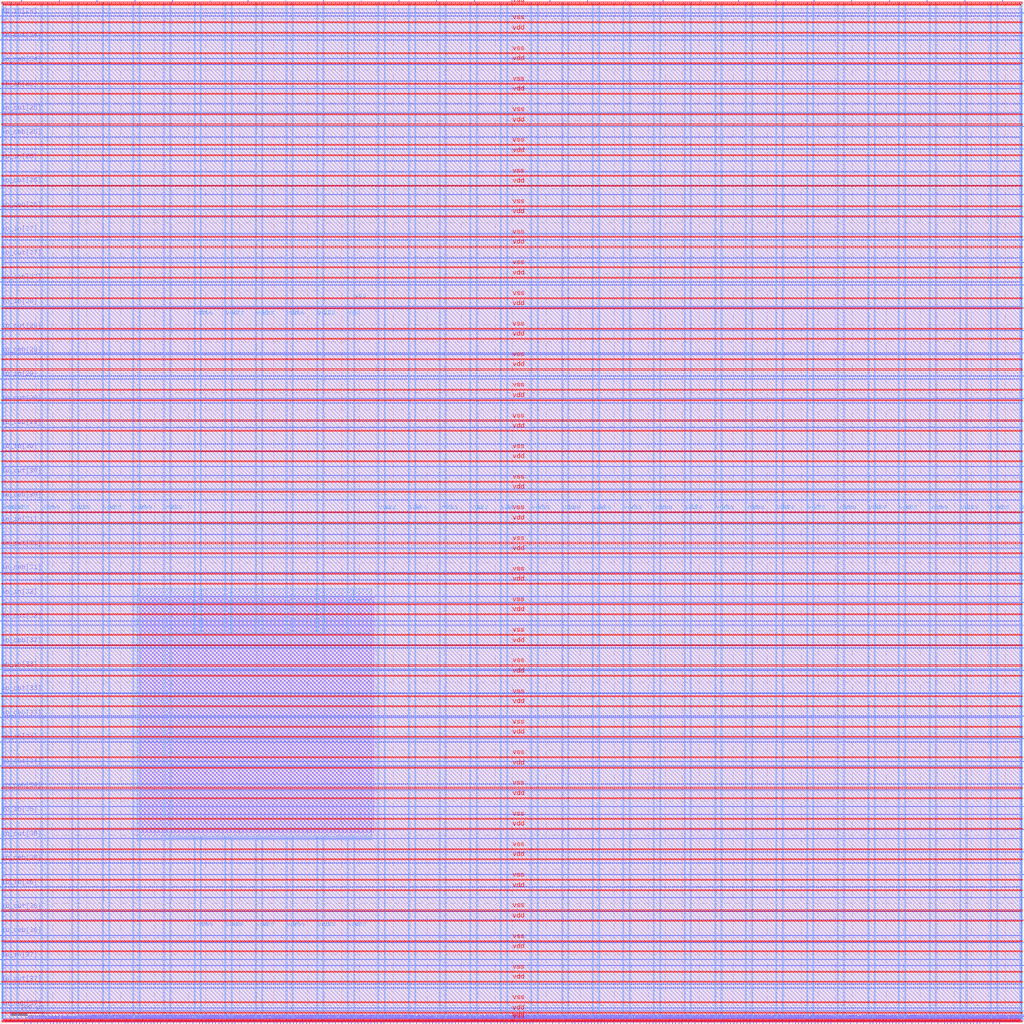
<source format=lef>
VERSION 5.7 ;
  NOWIREEXTENSIONATPIN ON ;
  DIVIDERCHAR "/" ;
  BUSBITCHARS "[]" ;
MACRO user_project_wrapper
  CLASS BLOCK ;
  FOREIGN user_project_wrapper ;
  ORIGIN 0.000 0.000 ;
  SIZE 3000.000 BY 3000.000 ;
  PIN io_in[0]
    DIRECTION INPUT ;
    USE SIGNAL ;
    PORT
      LAYER Metal3 ;
        RECT 2997.600 33.320 3004.800 34.440 ;
    END
  END io_in[0]
  PIN io_in[10]
    DIRECTION INPUT ;
    USE SIGNAL ;
    PORT
      LAYER Metal3 ;
        RECT 2997.600 2032.520 3004.800 2033.640 ;
    END
  END io_in[10]
  PIN io_in[11]
    DIRECTION INPUT ;
    USE SIGNAL ;
    PORT
      LAYER Metal3 ;
        RECT 2997.600 2232.440 3004.800 2233.560 ;
    END
  END io_in[11]
  PIN io_in[12]
    DIRECTION INPUT ;
    USE SIGNAL ;
    PORT
      LAYER Metal3 ;
        RECT 2997.600 2432.360 3004.800 2433.480 ;
    END
  END io_in[12]
  PIN io_in[13]
    DIRECTION INPUT ;
    USE SIGNAL ;
    PORT
      LAYER Metal3 ;
        RECT 2997.600 2632.280 3004.800 2633.400 ;
    END
  END io_in[13]
  PIN io_in[14]
    DIRECTION INPUT ;
    USE SIGNAL ;
    PORT
      LAYER Metal3 ;
        RECT 2997.600 2832.200 3004.800 2833.320 ;
    END
  END io_in[14]
  PIN io_in[15]
    DIRECTION INPUT ;
    USE SIGNAL ;
    PORT
      LAYER Metal2 ;
        RECT 2940.840 2997.600 2941.960 3004.800 ;
    END
  END io_in[15]
  PIN io_in[16]
    DIRECTION INPUT ;
    USE SIGNAL ;
    PORT
      LAYER Metal2 ;
        RECT 2608.200 2997.600 2609.320 3004.800 ;
    END
  END io_in[16]
  PIN io_in[17]
    DIRECTION INPUT ;
    USE SIGNAL ;
    PORT
      LAYER Metal2 ;
        RECT 2275.560 2997.600 2276.680 3004.800 ;
    END
  END io_in[17]
  PIN io_in[18]
    DIRECTION INPUT ;
    USE SIGNAL ;
    PORT
      LAYER Metal2 ;
        RECT 1942.920 2997.600 1944.040 3004.800 ;
    END
  END io_in[18]
  PIN io_in[19]
    DIRECTION INPUT ;
    USE SIGNAL ;
    PORT
      LAYER Metal2 ;
        RECT 1610.280 2997.600 1611.400 3004.800 ;
    END
  END io_in[19]
  PIN io_in[1]
    DIRECTION INPUT ;
    USE SIGNAL ;
    PORT
      LAYER Metal3 ;
        RECT 2997.600 233.240 3004.800 234.360 ;
    END
  END io_in[1]
  PIN io_in[20]
    DIRECTION INPUT ;
    USE SIGNAL ;
    PORT
      LAYER Metal2 ;
        RECT 1277.640 2997.600 1278.760 3004.800 ;
    END
  END io_in[20]
  PIN io_in[21]
    DIRECTION INPUT ;
    USE SIGNAL ;
    PORT
      LAYER Metal2 ;
        RECT 945.000 2997.600 946.120 3004.800 ;
    END
  END io_in[21]
  PIN io_in[22]
    DIRECTION INPUT ;
    USE SIGNAL ;
    PORT
      LAYER Metal2 ;
        RECT 612.360 2997.600 613.480 3004.800 ;
    END
  END io_in[22]
  PIN io_in[23]
    DIRECTION INPUT ;
    USE SIGNAL ;
    PORT
      LAYER Metal2 ;
        RECT 279.720 2997.600 280.840 3004.800 ;
    END
  END io_in[23]
  PIN io_in[24]
    DIRECTION INPUT ;
    USE SIGNAL ;
    PORT
      LAYER Metal3 ;
        RECT -4.800 2957.080 2.400 2958.200 ;
    END
  END io_in[24]
  PIN io_in[25]
    DIRECTION INPUT ;
    USE SIGNAL ;
    PORT
      LAYER Metal3 ;
        RECT -4.800 2743.720 2.400 2744.840 ;
    END
  END io_in[25]
  PIN io_in[26]
    DIRECTION INPUT ;
    USE SIGNAL ;
    PORT
      LAYER Metal3 ;
        RECT -4.800 2530.360 2.400 2531.480 ;
    END
  END io_in[26]
  PIN io_in[27]
    DIRECTION INPUT ;
    USE SIGNAL ;
    PORT
      LAYER Metal3 ;
        RECT -4.800 2317.000 2.400 2318.120 ;
    END
  END io_in[27]
  PIN io_in[28]
    DIRECTION INPUT ;
    USE SIGNAL ;
    PORT
      LAYER Metal3 ;
        RECT -4.800 2103.640 2.400 2104.760 ;
    END
  END io_in[28]
  PIN io_in[29]
    DIRECTION INPUT ;
    USE SIGNAL ;
    PORT
      LAYER Metal3 ;
        RECT -4.800 1890.280 2.400 1891.400 ;
    END
  END io_in[29]
  PIN io_in[2]
    DIRECTION INPUT ;
    USE SIGNAL ;
    PORT
      LAYER Metal3 ;
        RECT 2997.600 433.160 3004.800 434.280 ;
    END
  END io_in[2]
  PIN io_in[30]
    DIRECTION INPUT ;
    USE SIGNAL ;
    PORT
      LAYER Metal3 ;
        RECT -4.800 1676.920 2.400 1678.040 ;
    END
  END io_in[30]
  PIN io_in[31]
    DIRECTION INPUT ;
    USE SIGNAL ;
    PORT
      LAYER Metal3 ;
        RECT -4.800 1463.560 2.400 1464.680 ;
    END
  END io_in[31]
  PIN io_in[32]
    DIRECTION INPUT ;
    USE SIGNAL ;
    PORT
      LAYER Metal3 ;
        RECT -4.800 1250.200 2.400 1251.320 ;
    END
  END io_in[32]
  PIN io_in[33]
    DIRECTION INPUT ;
    USE SIGNAL ;
    PORT
      LAYER Metal3 ;
        RECT -4.800 1036.840 2.400 1037.960 ;
    END
  END io_in[33]
  PIN io_in[34]
    DIRECTION INPUT ;
    USE SIGNAL ;
    PORT
      LAYER Metal3 ;
        RECT -4.800 823.480 2.400 824.600 ;
    END
  END io_in[34]
  PIN io_in[35]
    DIRECTION INPUT ;
    USE SIGNAL ;
    PORT
      LAYER Metal3 ;
        RECT -4.800 610.120 2.400 611.240 ;
    END
  END io_in[35]
  PIN io_in[36]
    DIRECTION INPUT ;
    USE SIGNAL ;
    PORT
      LAYER Metal3 ;
        RECT -4.800 396.760 2.400 397.880 ;
    END
  END io_in[36]
  PIN io_in[37]
    DIRECTION INPUT ;
    USE SIGNAL ;
    PORT
      LAYER Metal3 ;
        RECT -4.800 183.400 2.400 184.520 ;
    END
  END io_in[37]
  PIN io_in[3]
    DIRECTION INPUT ;
    USE SIGNAL ;
    PORT
      LAYER Metal3 ;
        RECT 2997.600 633.080 3004.800 634.200 ;
    END
  END io_in[3]
  PIN io_in[4]
    DIRECTION INPUT ;
    USE SIGNAL ;
    PORT
      LAYER Metal3 ;
        RECT 2997.600 833.000 3004.800 834.120 ;
    END
  END io_in[4]
  PIN io_in[5]
    DIRECTION INPUT ;
    USE SIGNAL ;
    PORT
      LAYER Metal3 ;
        RECT 2997.600 1032.920 3004.800 1034.040 ;
    END
  END io_in[5]
  PIN io_in[6]
    DIRECTION INPUT ;
    USE SIGNAL ;
    PORT
      LAYER Metal3 ;
        RECT 2997.600 1232.840 3004.800 1233.960 ;
    END
  END io_in[6]
  PIN io_in[7]
    DIRECTION INPUT ;
    USE SIGNAL ;
    PORT
      LAYER Metal3 ;
        RECT 2997.600 1432.760 3004.800 1433.880 ;
    END
  END io_in[7]
  PIN io_in[8]
    DIRECTION INPUT ;
    USE SIGNAL ;
    PORT
      LAYER Metal3 ;
        RECT 2997.600 1632.680 3004.800 1633.800 ;
    END
  END io_in[8]
  PIN io_in[9]
    DIRECTION INPUT ;
    USE SIGNAL ;
    PORT
      LAYER Metal3 ;
        RECT 2997.600 1832.600 3004.800 1833.720 ;
    END
  END io_in[9]
  PIN io_oeb[0]
    DIRECTION OUTPUT TRISTATE ;
    USE SIGNAL ;
    PORT
      LAYER Metal3 ;
        RECT 2997.600 166.600 3004.800 167.720 ;
    END
  END io_oeb[0]
  PIN io_oeb[10]
    DIRECTION OUTPUT TRISTATE ;
    USE SIGNAL ;
    PORT
      LAYER Metal3 ;
        RECT 2997.600 2165.800 3004.800 2166.920 ;
    END
  END io_oeb[10]
  PIN io_oeb[11]
    DIRECTION OUTPUT TRISTATE ;
    USE SIGNAL ;
    PORT
      LAYER Metal3 ;
        RECT 2997.600 2365.720 3004.800 2366.840 ;
    END
  END io_oeb[11]
  PIN io_oeb[12]
    DIRECTION OUTPUT TRISTATE ;
    USE SIGNAL ;
    PORT
      LAYER Metal3 ;
        RECT 2997.600 2565.640 3004.800 2566.760 ;
    END
  END io_oeb[12]
  PIN io_oeb[13]
    DIRECTION OUTPUT TRISTATE ;
    USE SIGNAL ;
    PORT
      LAYER Metal3 ;
        RECT 2997.600 2765.560 3004.800 2766.680 ;
    END
  END io_oeb[13]
  PIN io_oeb[14]
    DIRECTION OUTPUT TRISTATE ;
    USE SIGNAL ;
    PORT
      LAYER Metal3 ;
        RECT 2997.600 2965.480 3004.800 2966.600 ;
    END
  END io_oeb[14]
  PIN io_oeb[15]
    DIRECTION OUTPUT TRISTATE ;
    USE SIGNAL ;
    PORT
      LAYER Metal2 ;
        RECT 2719.080 2997.600 2720.200 3004.800 ;
    END
  END io_oeb[15]
  PIN io_oeb[16]
    DIRECTION OUTPUT TRISTATE ;
    USE SIGNAL ;
    PORT
      LAYER Metal2 ;
        RECT 2386.440 2997.600 2387.560 3004.800 ;
    END
  END io_oeb[16]
  PIN io_oeb[17]
    DIRECTION OUTPUT TRISTATE ;
    USE SIGNAL ;
    PORT
      LAYER Metal2 ;
        RECT 2053.800 2997.600 2054.920 3004.800 ;
    END
  END io_oeb[17]
  PIN io_oeb[18]
    DIRECTION OUTPUT TRISTATE ;
    USE SIGNAL ;
    PORT
      LAYER Metal2 ;
        RECT 1721.160 2997.600 1722.280 3004.800 ;
    END
  END io_oeb[18]
  PIN io_oeb[19]
    DIRECTION OUTPUT TRISTATE ;
    USE SIGNAL ;
    PORT
      LAYER Metal2 ;
        RECT 1388.520 2997.600 1389.640 3004.800 ;
    END
  END io_oeb[19]
  PIN io_oeb[1]
    DIRECTION OUTPUT TRISTATE ;
    USE SIGNAL ;
    PORT
      LAYER Metal3 ;
        RECT 2997.600 366.520 3004.800 367.640 ;
    END
  END io_oeb[1]
  PIN io_oeb[20]
    DIRECTION OUTPUT TRISTATE ;
    USE SIGNAL ;
    PORT
      LAYER Metal2 ;
        RECT 1055.880 2997.600 1057.000 3004.800 ;
    END
  END io_oeb[20]
  PIN io_oeb[21]
    DIRECTION OUTPUT TRISTATE ;
    USE SIGNAL ;
    PORT
      LAYER Metal2 ;
        RECT 723.240 2997.600 724.360 3004.800 ;
    END
  END io_oeb[21]
  PIN io_oeb[22]
    DIRECTION OUTPUT TRISTATE ;
    USE SIGNAL ;
    PORT
      LAYER Metal2 ;
        RECT 390.600 2997.600 391.720 3004.800 ;
    END
  END io_oeb[22]
  PIN io_oeb[23]
    DIRECTION OUTPUT TRISTATE ;
    USE SIGNAL ;
    PORT
      LAYER Metal2 ;
        RECT 57.960 2997.600 59.080 3004.800 ;
    END
  END io_oeb[23]
  PIN io_oeb[24]
    DIRECTION OUTPUT TRISTATE ;
    USE SIGNAL ;
    PORT
      LAYER Metal3 ;
        RECT -4.800 2814.840 2.400 2815.960 ;
    END
  END io_oeb[24]
  PIN io_oeb[25]
    DIRECTION OUTPUT TRISTATE ;
    USE SIGNAL ;
    PORT
      LAYER Metal3 ;
        RECT -4.800 2601.480 2.400 2602.600 ;
    END
  END io_oeb[25]
  PIN io_oeb[26]
    DIRECTION OUTPUT TRISTATE ;
    USE SIGNAL ;
    PORT
      LAYER Metal3 ;
        RECT -4.800 2388.120 2.400 2389.240 ;
    END
  END io_oeb[26]
  PIN io_oeb[27]
    DIRECTION OUTPUT TRISTATE ;
    USE SIGNAL ;
    PORT
      LAYER Metal3 ;
        RECT -4.800 2174.760 2.400 2175.880 ;
    END
  END io_oeb[27]
  PIN io_oeb[28]
    DIRECTION OUTPUT TRISTATE ;
    USE SIGNAL ;
    PORT
      LAYER Metal3 ;
        RECT -4.800 1961.400 2.400 1962.520 ;
    END
  END io_oeb[28]
  PIN io_oeb[29]
    DIRECTION OUTPUT TRISTATE ;
    USE SIGNAL ;
    PORT
      LAYER Metal3 ;
        RECT -4.800 1748.040 2.400 1749.160 ;
    END
  END io_oeb[29]
  PIN io_oeb[2]
    DIRECTION OUTPUT TRISTATE ;
    USE SIGNAL ;
    PORT
      LAYER Metal3 ;
        RECT 2997.600 566.440 3004.800 567.560 ;
    END
  END io_oeb[2]
  PIN io_oeb[30]
    DIRECTION OUTPUT TRISTATE ;
    USE SIGNAL ;
    PORT
      LAYER Metal3 ;
        RECT -4.800 1534.680 2.400 1535.800 ;
    END
  END io_oeb[30]
  PIN io_oeb[31]
    DIRECTION OUTPUT TRISTATE ;
    USE SIGNAL ;
    PORT
      LAYER Metal3 ;
        RECT -4.800 1321.320 2.400 1322.440 ;
    END
  END io_oeb[31]
  PIN io_oeb[32]
    DIRECTION OUTPUT TRISTATE ;
    USE SIGNAL ;
    PORT
      LAYER Metal3 ;
        RECT -4.800 1107.960 2.400 1109.080 ;
    END
  END io_oeb[32]
  PIN io_oeb[33]
    DIRECTION OUTPUT TRISTATE ;
    USE SIGNAL ;
    PORT
      LAYER Metal3 ;
        RECT -4.800 894.600 2.400 895.720 ;
    END
  END io_oeb[33]
  PIN io_oeb[34]
    DIRECTION OUTPUT TRISTATE ;
    USE SIGNAL ;
    PORT
      LAYER Metal3 ;
        RECT -4.800 681.240 2.400 682.360 ;
    END
  END io_oeb[34]
  PIN io_oeb[35]
    DIRECTION OUTPUT TRISTATE ;
    USE SIGNAL ;
    PORT
      LAYER Metal3 ;
        RECT -4.800 467.880 2.400 469.000 ;
    END
  END io_oeb[35]
  PIN io_oeb[36]
    DIRECTION OUTPUT TRISTATE ;
    USE SIGNAL ;
    PORT
      LAYER Metal3 ;
        RECT -4.800 254.520 2.400 255.640 ;
    END
  END io_oeb[36]
  PIN io_oeb[37]
    DIRECTION OUTPUT TRISTATE ;
    USE SIGNAL ;
    PORT
      LAYER Metal3 ;
        RECT -4.800 41.160 2.400 42.280 ;
    END
  END io_oeb[37]
  PIN io_oeb[3]
    DIRECTION OUTPUT TRISTATE ;
    USE SIGNAL ;
    PORT
      LAYER Metal3 ;
        RECT 2997.600 766.360 3004.800 767.480 ;
    END
  END io_oeb[3]
  PIN io_oeb[4]
    DIRECTION OUTPUT TRISTATE ;
    USE SIGNAL ;
    PORT
      LAYER Metal3 ;
        RECT 2997.600 966.280 3004.800 967.400 ;
    END
  END io_oeb[4]
  PIN io_oeb[5]
    DIRECTION OUTPUT TRISTATE ;
    USE SIGNAL ;
    PORT
      LAYER Metal3 ;
        RECT 2997.600 1166.200 3004.800 1167.320 ;
    END
  END io_oeb[5]
  PIN io_oeb[6]
    DIRECTION OUTPUT TRISTATE ;
    USE SIGNAL ;
    PORT
      LAYER Metal3 ;
        RECT 2997.600 1366.120 3004.800 1367.240 ;
    END
  END io_oeb[6]
  PIN io_oeb[7]
    DIRECTION OUTPUT TRISTATE ;
    USE SIGNAL ;
    PORT
      LAYER Metal3 ;
        RECT 2997.600 1566.040 3004.800 1567.160 ;
    END
  END io_oeb[7]
  PIN io_oeb[8]
    DIRECTION OUTPUT TRISTATE ;
    USE SIGNAL ;
    PORT
      LAYER Metal3 ;
        RECT 2997.600 1765.960 3004.800 1767.080 ;
    END
  END io_oeb[8]
  PIN io_oeb[9]
    DIRECTION OUTPUT TRISTATE ;
    USE SIGNAL ;
    PORT
      LAYER Metal3 ;
        RECT 2997.600 1965.880 3004.800 1967.000 ;
    END
  END io_oeb[9]
  PIN io_out[0]
    DIRECTION OUTPUT TRISTATE ;
    USE SIGNAL ;
    PORT
      LAYER Metal3 ;
        RECT 2997.600 99.960 3004.800 101.080 ;
    END
  END io_out[0]
  PIN io_out[10]
    DIRECTION OUTPUT TRISTATE ;
    USE SIGNAL ;
    PORT
      LAYER Metal3 ;
        RECT 2997.600 2099.160 3004.800 2100.280 ;
    END
  END io_out[10]
  PIN io_out[11]
    DIRECTION OUTPUT TRISTATE ;
    USE SIGNAL ;
    PORT
      LAYER Metal3 ;
        RECT 2997.600 2299.080 3004.800 2300.200 ;
    END
  END io_out[11]
  PIN io_out[12]
    DIRECTION OUTPUT TRISTATE ;
    USE SIGNAL ;
    PORT
      LAYER Metal3 ;
        RECT 2997.600 2499.000 3004.800 2500.120 ;
    END
  END io_out[12]
  PIN io_out[13]
    DIRECTION OUTPUT TRISTATE ;
    USE SIGNAL ;
    PORT
      LAYER Metal3 ;
        RECT 2997.600 2698.920 3004.800 2700.040 ;
    END
  END io_out[13]
  PIN io_out[14]
    DIRECTION OUTPUT TRISTATE ;
    USE SIGNAL ;
    PORT
      LAYER Metal3 ;
        RECT 2997.600 2898.840 3004.800 2899.960 ;
    END
  END io_out[14]
  PIN io_out[15]
    DIRECTION OUTPUT TRISTATE ;
    USE SIGNAL ;
    PORT
      LAYER Metal2 ;
        RECT 2829.960 2997.600 2831.080 3004.800 ;
    END
  END io_out[15]
  PIN io_out[16]
    DIRECTION OUTPUT TRISTATE ;
    USE SIGNAL ;
    PORT
      LAYER Metal2 ;
        RECT 2497.320 2997.600 2498.440 3004.800 ;
    END
  END io_out[16]
  PIN io_out[17]
    DIRECTION OUTPUT TRISTATE ;
    USE SIGNAL ;
    PORT
      LAYER Metal2 ;
        RECT 2164.680 2997.600 2165.800 3004.800 ;
    END
  END io_out[17]
  PIN io_out[18]
    DIRECTION OUTPUT TRISTATE ;
    USE SIGNAL ;
    PORT
      LAYER Metal2 ;
        RECT 1832.040 2997.600 1833.160 3004.800 ;
    END
  END io_out[18]
  PIN io_out[19]
    DIRECTION OUTPUT TRISTATE ;
    USE SIGNAL ;
    PORT
      LAYER Metal2 ;
        RECT 1499.400 2997.600 1500.520 3004.800 ;
    END
  END io_out[19]
  PIN io_out[1]
    DIRECTION OUTPUT TRISTATE ;
    USE SIGNAL ;
    PORT
      LAYER Metal3 ;
        RECT 2997.600 299.880 3004.800 301.000 ;
    END
  END io_out[1]
  PIN io_out[20]
    DIRECTION OUTPUT TRISTATE ;
    USE SIGNAL ;
    PORT
      LAYER Metal2 ;
        RECT 1166.760 2997.600 1167.880 3004.800 ;
    END
  END io_out[20]
  PIN io_out[21]
    DIRECTION OUTPUT TRISTATE ;
    USE SIGNAL ;
    PORT
      LAYER Metal2 ;
        RECT 834.120 2997.600 835.240 3004.800 ;
    END
  END io_out[21]
  PIN io_out[22]
    DIRECTION OUTPUT TRISTATE ;
    USE SIGNAL ;
    PORT
      LAYER Metal2 ;
        RECT 501.480 2997.600 502.600 3004.800 ;
    END
  END io_out[22]
  PIN io_out[23]
    DIRECTION OUTPUT TRISTATE ;
    USE SIGNAL ;
    PORT
      LAYER Metal2 ;
        RECT 168.840 2997.600 169.960 3004.800 ;
    END
  END io_out[23]
  PIN io_out[24]
    DIRECTION OUTPUT TRISTATE ;
    USE SIGNAL ;
    PORT
      LAYER Metal3 ;
        RECT -4.800 2885.960 2.400 2887.080 ;
    END
  END io_out[24]
  PIN io_out[25]
    DIRECTION OUTPUT TRISTATE ;
    USE SIGNAL ;
    PORT
      LAYER Metal3 ;
        RECT -4.800 2672.600 2.400 2673.720 ;
    END
  END io_out[25]
  PIN io_out[26]
    DIRECTION OUTPUT TRISTATE ;
    USE SIGNAL ;
    PORT
      LAYER Metal3 ;
        RECT -4.800 2459.240 2.400 2460.360 ;
    END
  END io_out[26]
  PIN io_out[27]
    DIRECTION OUTPUT TRISTATE ;
    USE SIGNAL ;
    PORT
      LAYER Metal3 ;
        RECT -4.800 2245.880 2.400 2247.000 ;
    END
  END io_out[27]
  PIN io_out[28]
    DIRECTION OUTPUT TRISTATE ;
    USE SIGNAL ;
    PORT
      LAYER Metal3 ;
        RECT -4.800 2032.520 2.400 2033.640 ;
    END
  END io_out[28]
  PIN io_out[29]
    DIRECTION OUTPUT TRISTATE ;
    USE SIGNAL ;
    PORT
      LAYER Metal3 ;
        RECT -4.800 1819.160 2.400 1820.280 ;
    END
  END io_out[29]
  PIN io_out[2]
    DIRECTION OUTPUT TRISTATE ;
    USE SIGNAL ;
    PORT
      LAYER Metal3 ;
        RECT 2997.600 499.800 3004.800 500.920 ;
    END
  END io_out[2]
  PIN io_out[30]
    DIRECTION OUTPUT TRISTATE ;
    USE SIGNAL ;
    PORT
      LAYER Metal3 ;
        RECT -4.800 1605.800 2.400 1606.920 ;
    END
  END io_out[30]
  PIN io_out[31]
    DIRECTION OUTPUT TRISTATE ;
    USE SIGNAL ;
    PORT
      LAYER Metal3 ;
        RECT -4.800 1392.440 2.400 1393.560 ;
    END
  END io_out[31]
  PIN io_out[32]
    DIRECTION OUTPUT TRISTATE ;
    USE SIGNAL ;
    PORT
      LAYER Metal3 ;
        RECT -4.800 1179.080 2.400 1180.200 ;
    END
  END io_out[32]
  PIN io_out[33]
    DIRECTION OUTPUT TRISTATE ;
    USE SIGNAL ;
    PORT
      LAYER Metal3 ;
        RECT -4.800 965.720 2.400 966.840 ;
    END
  END io_out[33]
  PIN io_out[34]
    DIRECTION OUTPUT TRISTATE ;
    USE SIGNAL ;
    PORT
      LAYER Metal3 ;
        RECT -4.800 752.360 2.400 753.480 ;
    END
  END io_out[34]
  PIN io_out[35]
    DIRECTION OUTPUT TRISTATE ;
    USE SIGNAL ;
    PORT
      LAYER Metal3 ;
        RECT -4.800 539.000 2.400 540.120 ;
    END
  END io_out[35]
  PIN io_out[36]
    DIRECTION OUTPUT TRISTATE ;
    USE SIGNAL ;
    PORT
      LAYER Metal3 ;
        RECT -4.800 325.640 2.400 326.760 ;
    END
  END io_out[36]
  PIN io_out[37]
    DIRECTION OUTPUT TRISTATE ;
    USE SIGNAL ;
    PORT
      LAYER Metal3 ;
        RECT -4.800 112.280 2.400 113.400 ;
    END
  END io_out[37]
  PIN io_out[3]
    DIRECTION OUTPUT TRISTATE ;
    USE SIGNAL ;
    PORT
      LAYER Metal3 ;
        RECT 2997.600 699.720 3004.800 700.840 ;
    END
  END io_out[3]
  PIN io_out[4]
    DIRECTION OUTPUT TRISTATE ;
    USE SIGNAL ;
    PORT
      LAYER Metal3 ;
        RECT 2997.600 899.640 3004.800 900.760 ;
    END
  END io_out[4]
  PIN io_out[5]
    DIRECTION OUTPUT TRISTATE ;
    USE SIGNAL ;
    PORT
      LAYER Metal3 ;
        RECT 2997.600 1099.560 3004.800 1100.680 ;
    END
  END io_out[5]
  PIN io_out[6]
    DIRECTION OUTPUT TRISTATE ;
    USE SIGNAL ;
    PORT
      LAYER Metal3 ;
        RECT 2997.600 1299.480 3004.800 1300.600 ;
    END
  END io_out[6]
  PIN io_out[7]
    DIRECTION OUTPUT TRISTATE ;
    USE SIGNAL ;
    PORT
      LAYER Metal3 ;
        RECT 2997.600 1499.400 3004.800 1500.520 ;
    END
  END io_out[7]
  PIN io_out[8]
    DIRECTION OUTPUT TRISTATE ;
    USE SIGNAL ;
    PORT
      LAYER Metal3 ;
        RECT 2997.600 1699.320 3004.800 1700.440 ;
    END
  END io_out[8]
  PIN io_out[9]
    DIRECTION OUTPUT TRISTATE ;
    USE SIGNAL ;
    PORT
      LAYER Metal3 ;
        RECT 2997.600 1899.240 3004.800 1900.360 ;
    END
  END io_out[9]
  PIN la_data_in[0]
    DIRECTION INPUT ;
    USE SIGNAL ;
    PORT
      LAYER Metal2 ;
        RECT 1075.480 -4.800 1076.600 2.400 ;
    END
  END la_data_in[0]
  PIN la_data_in[10]
    DIRECTION INPUT ;
    USE SIGNAL ;
    PORT
      LAYER Metal2 ;
        RECT 1361.080 -4.800 1362.200 2.400 ;
    END
  END la_data_in[10]
  PIN la_data_in[11]
    DIRECTION INPUT ;
    USE SIGNAL ;
    PORT
      LAYER Metal2 ;
        RECT 1389.640 -4.800 1390.760 2.400 ;
    END
  END la_data_in[11]
  PIN la_data_in[12]
    DIRECTION INPUT ;
    USE SIGNAL ;
    PORT
      LAYER Metal2 ;
        RECT 1418.200 -4.800 1419.320 2.400 ;
    END
  END la_data_in[12]
  PIN la_data_in[13]
    DIRECTION INPUT ;
    USE SIGNAL ;
    PORT
      LAYER Metal2 ;
        RECT 1446.760 -4.800 1447.880 2.400 ;
    END
  END la_data_in[13]
  PIN la_data_in[14]
    DIRECTION INPUT ;
    USE SIGNAL ;
    PORT
      LAYER Metal2 ;
        RECT 1475.320 -4.800 1476.440 2.400 ;
    END
  END la_data_in[14]
  PIN la_data_in[15]
    DIRECTION INPUT ;
    USE SIGNAL ;
    PORT
      LAYER Metal2 ;
        RECT 1503.880 -4.800 1505.000 2.400 ;
    END
  END la_data_in[15]
  PIN la_data_in[16]
    DIRECTION INPUT ;
    USE SIGNAL ;
    PORT
      LAYER Metal2 ;
        RECT 1532.440 -4.800 1533.560 2.400 ;
    END
  END la_data_in[16]
  PIN la_data_in[17]
    DIRECTION INPUT ;
    USE SIGNAL ;
    PORT
      LAYER Metal2 ;
        RECT 1561.000 -4.800 1562.120 2.400 ;
    END
  END la_data_in[17]
  PIN la_data_in[18]
    DIRECTION INPUT ;
    USE SIGNAL ;
    PORT
      LAYER Metal2 ;
        RECT 1589.560 -4.800 1590.680 2.400 ;
    END
  END la_data_in[18]
  PIN la_data_in[19]
    DIRECTION INPUT ;
    USE SIGNAL ;
    PORT
      LAYER Metal2 ;
        RECT 1618.120 -4.800 1619.240 2.400 ;
    END
  END la_data_in[19]
  PIN la_data_in[1]
    DIRECTION INPUT ;
    USE SIGNAL ;
    PORT
      LAYER Metal2 ;
        RECT 1104.040 -4.800 1105.160 2.400 ;
    END
  END la_data_in[1]
  PIN la_data_in[20]
    DIRECTION INPUT ;
    USE SIGNAL ;
    PORT
      LAYER Metal2 ;
        RECT 1646.680 -4.800 1647.800 2.400 ;
    END
  END la_data_in[20]
  PIN la_data_in[21]
    DIRECTION INPUT ;
    USE SIGNAL ;
    PORT
      LAYER Metal2 ;
        RECT 1675.240 -4.800 1676.360 2.400 ;
    END
  END la_data_in[21]
  PIN la_data_in[22]
    DIRECTION INPUT ;
    USE SIGNAL ;
    PORT
      LAYER Metal2 ;
        RECT 1703.800 -4.800 1704.920 2.400 ;
    END
  END la_data_in[22]
  PIN la_data_in[23]
    DIRECTION INPUT ;
    USE SIGNAL ;
    PORT
      LAYER Metal2 ;
        RECT 1732.360 -4.800 1733.480 2.400 ;
    END
  END la_data_in[23]
  PIN la_data_in[24]
    DIRECTION INPUT ;
    USE SIGNAL ;
    PORT
      LAYER Metal2 ;
        RECT 1760.920 -4.800 1762.040 2.400 ;
    END
  END la_data_in[24]
  PIN la_data_in[25]
    DIRECTION INPUT ;
    USE SIGNAL ;
    PORT
      LAYER Metal2 ;
        RECT 1789.480 -4.800 1790.600 2.400 ;
    END
  END la_data_in[25]
  PIN la_data_in[26]
    DIRECTION INPUT ;
    USE SIGNAL ;
    PORT
      LAYER Metal2 ;
        RECT 1818.040 -4.800 1819.160 2.400 ;
    END
  END la_data_in[26]
  PIN la_data_in[27]
    DIRECTION INPUT ;
    USE SIGNAL ;
    PORT
      LAYER Metal2 ;
        RECT 1846.600 -4.800 1847.720 2.400 ;
    END
  END la_data_in[27]
  PIN la_data_in[28]
    DIRECTION INPUT ;
    USE SIGNAL ;
    PORT
      LAYER Metal2 ;
        RECT 1875.160 -4.800 1876.280 2.400 ;
    END
  END la_data_in[28]
  PIN la_data_in[29]
    DIRECTION INPUT ;
    USE SIGNAL ;
    PORT
      LAYER Metal2 ;
        RECT 1903.720 -4.800 1904.840 2.400 ;
    END
  END la_data_in[29]
  PIN la_data_in[2]
    DIRECTION INPUT ;
    USE SIGNAL ;
    PORT
      LAYER Metal2 ;
        RECT 1132.600 -4.800 1133.720 2.400 ;
    END
  END la_data_in[2]
  PIN la_data_in[30]
    DIRECTION INPUT ;
    USE SIGNAL ;
    PORT
      LAYER Metal2 ;
        RECT 1932.280 -4.800 1933.400 2.400 ;
    END
  END la_data_in[30]
  PIN la_data_in[31]
    DIRECTION INPUT ;
    USE SIGNAL ;
    PORT
      LAYER Metal2 ;
        RECT 1960.840 -4.800 1961.960 2.400 ;
    END
  END la_data_in[31]
  PIN la_data_in[32]
    DIRECTION INPUT ;
    USE SIGNAL ;
    PORT
      LAYER Metal2 ;
        RECT 1989.400 -4.800 1990.520 2.400 ;
    END
  END la_data_in[32]
  PIN la_data_in[33]
    DIRECTION INPUT ;
    USE SIGNAL ;
    PORT
      LAYER Metal2 ;
        RECT 2017.960 -4.800 2019.080 2.400 ;
    END
  END la_data_in[33]
  PIN la_data_in[34]
    DIRECTION INPUT ;
    USE SIGNAL ;
    PORT
      LAYER Metal2 ;
        RECT 2046.520 -4.800 2047.640 2.400 ;
    END
  END la_data_in[34]
  PIN la_data_in[35]
    DIRECTION INPUT ;
    USE SIGNAL ;
    PORT
      LAYER Metal2 ;
        RECT 2075.080 -4.800 2076.200 2.400 ;
    END
  END la_data_in[35]
  PIN la_data_in[36]
    DIRECTION INPUT ;
    USE SIGNAL ;
    PORT
      LAYER Metal2 ;
        RECT 2103.640 -4.800 2104.760 2.400 ;
    END
  END la_data_in[36]
  PIN la_data_in[37]
    DIRECTION INPUT ;
    USE SIGNAL ;
    PORT
      LAYER Metal2 ;
        RECT 2132.200 -4.800 2133.320 2.400 ;
    END
  END la_data_in[37]
  PIN la_data_in[38]
    DIRECTION INPUT ;
    USE SIGNAL ;
    PORT
      LAYER Metal2 ;
        RECT 2160.760 -4.800 2161.880 2.400 ;
    END
  END la_data_in[38]
  PIN la_data_in[39]
    DIRECTION INPUT ;
    USE SIGNAL ;
    PORT
      LAYER Metal2 ;
        RECT 2189.320 -4.800 2190.440 2.400 ;
    END
  END la_data_in[39]
  PIN la_data_in[3]
    DIRECTION INPUT ;
    USE SIGNAL ;
    PORT
      LAYER Metal2 ;
        RECT 1161.160 -4.800 1162.280 2.400 ;
    END
  END la_data_in[3]
  PIN la_data_in[40]
    DIRECTION INPUT ;
    USE SIGNAL ;
    PORT
      LAYER Metal2 ;
        RECT 2217.880 -4.800 2219.000 2.400 ;
    END
  END la_data_in[40]
  PIN la_data_in[41]
    DIRECTION INPUT ;
    USE SIGNAL ;
    PORT
      LAYER Metal2 ;
        RECT 2246.440 -4.800 2247.560 2.400 ;
    END
  END la_data_in[41]
  PIN la_data_in[42]
    DIRECTION INPUT ;
    USE SIGNAL ;
    PORT
      LAYER Metal2 ;
        RECT 2275.000 -4.800 2276.120 2.400 ;
    END
  END la_data_in[42]
  PIN la_data_in[43]
    DIRECTION INPUT ;
    USE SIGNAL ;
    PORT
      LAYER Metal2 ;
        RECT 2303.560 -4.800 2304.680 2.400 ;
    END
  END la_data_in[43]
  PIN la_data_in[44]
    DIRECTION INPUT ;
    USE SIGNAL ;
    PORT
      LAYER Metal2 ;
        RECT 2332.120 -4.800 2333.240 2.400 ;
    END
  END la_data_in[44]
  PIN la_data_in[45]
    DIRECTION INPUT ;
    USE SIGNAL ;
    PORT
      LAYER Metal2 ;
        RECT 2360.680 -4.800 2361.800 2.400 ;
    END
  END la_data_in[45]
  PIN la_data_in[46]
    DIRECTION INPUT ;
    USE SIGNAL ;
    PORT
      LAYER Metal2 ;
        RECT 2389.240 -4.800 2390.360 2.400 ;
    END
  END la_data_in[46]
  PIN la_data_in[47]
    DIRECTION INPUT ;
    USE SIGNAL ;
    PORT
      LAYER Metal2 ;
        RECT 2417.800 -4.800 2418.920 2.400 ;
    END
  END la_data_in[47]
  PIN la_data_in[48]
    DIRECTION INPUT ;
    USE SIGNAL ;
    PORT
      LAYER Metal2 ;
        RECT 2446.360 -4.800 2447.480 2.400 ;
    END
  END la_data_in[48]
  PIN la_data_in[49]
    DIRECTION INPUT ;
    USE SIGNAL ;
    PORT
      LAYER Metal2 ;
        RECT 2474.920 -4.800 2476.040 2.400 ;
    END
  END la_data_in[49]
  PIN la_data_in[4]
    DIRECTION INPUT ;
    USE SIGNAL ;
    PORT
      LAYER Metal2 ;
        RECT 1189.720 -4.800 1190.840 2.400 ;
    END
  END la_data_in[4]
  PIN la_data_in[50]
    DIRECTION INPUT ;
    USE SIGNAL ;
    PORT
      LAYER Metal2 ;
        RECT 2503.480 -4.800 2504.600 2.400 ;
    END
  END la_data_in[50]
  PIN la_data_in[51]
    DIRECTION INPUT ;
    USE SIGNAL ;
    PORT
      LAYER Metal2 ;
        RECT 2532.040 -4.800 2533.160 2.400 ;
    END
  END la_data_in[51]
  PIN la_data_in[52]
    DIRECTION INPUT ;
    USE SIGNAL ;
    PORT
      LAYER Metal2 ;
        RECT 2560.600 -4.800 2561.720 2.400 ;
    END
  END la_data_in[52]
  PIN la_data_in[53]
    DIRECTION INPUT ;
    USE SIGNAL ;
    PORT
      LAYER Metal2 ;
        RECT 2589.160 -4.800 2590.280 2.400 ;
    END
  END la_data_in[53]
  PIN la_data_in[54]
    DIRECTION INPUT ;
    USE SIGNAL ;
    PORT
      LAYER Metal2 ;
        RECT 2617.720 -4.800 2618.840 2.400 ;
    END
  END la_data_in[54]
  PIN la_data_in[55]
    DIRECTION INPUT ;
    USE SIGNAL ;
    PORT
      LAYER Metal2 ;
        RECT 2646.280 -4.800 2647.400 2.400 ;
    END
  END la_data_in[55]
  PIN la_data_in[56]
    DIRECTION INPUT ;
    USE SIGNAL ;
    PORT
      LAYER Metal2 ;
        RECT 2674.840 -4.800 2675.960 2.400 ;
    END
  END la_data_in[56]
  PIN la_data_in[57]
    DIRECTION INPUT ;
    USE SIGNAL ;
    PORT
      LAYER Metal2 ;
        RECT 2703.400 -4.800 2704.520 2.400 ;
    END
  END la_data_in[57]
  PIN la_data_in[58]
    DIRECTION INPUT ;
    USE SIGNAL ;
    PORT
      LAYER Metal2 ;
        RECT 2731.960 -4.800 2733.080 2.400 ;
    END
  END la_data_in[58]
  PIN la_data_in[59]
    DIRECTION INPUT ;
    USE SIGNAL ;
    PORT
      LAYER Metal2 ;
        RECT 2760.520 -4.800 2761.640 2.400 ;
    END
  END la_data_in[59]
  PIN la_data_in[5]
    DIRECTION INPUT ;
    USE SIGNAL ;
    PORT
      LAYER Metal2 ;
        RECT 1218.280 -4.800 1219.400 2.400 ;
    END
  END la_data_in[5]
  PIN la_data_in[60]
    DIRECTION INPUT ;
    USE SIGNAL ;
    PORT
      LAYER Metal2 ;
        RECT 2789.080 -4.800 2790.200 2.400 ;
    END
  END la_data_in[60]
  PIN la_data_in[61]
    DIRECTION INPUT ;
    USE SIGNAL ;
    PORT
      LAYER Metal2 ;
        RECT 2817.640 -4.800 2818.760 2.400 ;
    END
  END la_data_in[61]
  PIN la_data_in[62]
    DIRECTION INPUT ;
    USE SIGNAL ;
    PORT
      LAYER Metal2 ;
        RECT 2846.200 -4.800 2847.320 2.400 ;
    END
  END la_data_in[62]
  PIN la_data_in[63]
    DIRECTION INPUT ;
    USE SIGNAL ;
    PORT
      LAYER Metal2 ;
        RECT 2874.760 -4.800 2875.880 2.400 ;
    END
  END la_data_in[63]
  PIN la_data_in[6]
    DIRECTION INPUT ;
    USE SIGNAL ;
    PORT
      LAYER Metal2 ;
        RECT 1246.840 -4.800 1247.960 2.400 ;
    END
  END la_data_in[6]
  PIN la_data_in[7]
    DIRECTION INPUT ;
    USE SIGNAL ;
    PORT
      LAYER Metal2 ;
        RECT 1275.400 -4.800 1276.520 2.400 ;
    END
  END la_data_in[7]
  PIN la_data_in[8]
    DIRECTION INPUT ;
    USE SIGNAL ;
    PORT
      LAYER Metal2 ;
        RECT 1303.960 -4.800 1305.080 2.400 ;
    END
  END la_data_in[8]
  PIN la_data_in[9]
    DIRECTION INPUT ;
    USE SIGNAL ;
    PORT
      LAYER Metal2 ;
        RECT 1332.520 -4.800 1333.640 2.400 ;
    END
  END la_data_in[9]
  PIN la_data_out[0]
    DIRECTION OUTPUT TRISTATE ;
    USE SIGNAL ;
    PORT
      LAYER Metal2 ;
        RECT 1085.000 -4.800 1086.120 2.400 ;
    END
  END la_data_out[0]
  PIN la_data_out[10]
    DIRECTION OUTPUT TRISTATE ;
    USE SIGNAL ;
    PORT
      LAYER Metal2 ;
        RECT 1370.600 -4.800 1371.720 2.400 ;
    END
  END la_data_out[10]
  PIN la_data_out[11]
    DIRECTION OUTPUT TRISTATE ;
    USE SIGNAL ;
    PORT
      LAYER Metal2 ;
        RECT 1399.160 -4.800 1400.280 2.400 ;
    END
  END la_data_out[11]
  PIN la_data_out[12]
    DIRECTION OUTPUT TRISTATE ;
    USE SIGNAL ;
    PORT
      LAYER Metal2 ;
        RECT 1427.720 -4.800 1428.840 2.400 ;
    END
  END la_data_out[12]
  PIN la_data_out[13]
    DIRECTION OUTPUT TRISTATE ;
    USE SIGNAL ;
    PORT
      LAYER Metal2 ;
        RECT 1456.280 -4.800 1457.400 2.400 ;
    END
  END la_data_out[13]
  PIN la_data_out[14]
    DIRECTION OUTPUT TRISTATE ;
    USE SIGNAL ;
    PORT
      LAYER Metal2 ;
        RECT 1484.840 -4.800 1485.960 2.400 ;
    END
  END la_data_out[14]
  PIN la_data_out[15]
    DIRECTION OUTPUT TRISTATE ;
    USE SIGNAL ;
    PORT
      LAYER Metal2 ;
        RECT 1513.400 -4.800 1514.520 2.400 ;
    END
  END la_data_out[15]
  PIN la_data_out[16]
    DIRECTION OUTPUT TRISTATE ;
    USE SIGNAL ;
    PORT
      LAYER Metal2 ;
        RECT 1541.960 -4.800 1543.080 2.400 ;
    END
  END la_data_out[16]
  PIN la_data_out[17]
    DIRECTION OUTPUT TRISTATE ;
    USE SIGNAL ;
    PORT
      LAYER Metal2 ;
        RECT 1570.520 -4.800 1571.640 2.400 ;
    END
  END la_data_out[17]
  PIN la_data_out[18]
    DIRECTION OUTPUT TRISTATE ;
    USE SIGNAL ;
    PORT
      LAYER Metal2 ;
        RECT 1599.080 -4.800 1600.200 2.400 ;
    END
  END la_data_out[18]
  PIN la_data_out[19]
    DIRECTION OUTPUT TRISTATE ;
    USE SIGNAL ;
    PORT
      LAYER Metal2 ;
        RECT 1627.640 -4.800 1628.760 2.400 ;
    END
  END la_data_out[19]
  PIN la_data_out[1]
    DIRECTION OUTPUT TRISTATE ;
    USE SIGNAL ;
    PORT
      LAYER Metal2 ;
        RECT 1113.560 -4.800 1114.680 2.400 ;
    END
  END la_data_out[1]
  PIN la_data_out[20]
    DIRECTION OUTPUT TRISTATE ;
    USE SIGNAL ;
    PORT
      LAYER Metal2 ;
        RECT 1656.200 -4.800 1657.320 2.400 ;
    END
  END la_data_out[20]
  PIN la_data_out[21]
    DIRECTION OUTPUT TRISTATE ;
    USE SIGNAL ;
    PORT
      LAYER Metal2 ;
        RECT 1684.760 -4.800 1685.880 2.400 ;
    END
  END la_data_out[21]
  PIN la_data_out[22]
    DIRECTION OUTPUT TRISTATE ;
    USE SIGNAL ;
    PORT
      LAYER Metal2 ;
        RECT 1713.320 -4.800 1714.440 2.400 ;
    END
  END la_data_out[22]
  PIN la_data_out[23]
    DIRECTION OUTPUT TRISTATE ;
    USE SIGNAL ;
    PORT
      LAYER Metal2 ;
        RECT 1741.880 -4.800 1743.000 2.400 ;
    END
  END la_data_out[23]
  PIN la_data_out[24]
    DIRECTION OUTPUT TRISTATE ;
    USE SIGNAL ;
    PORT
      LAYER Metal2 ;
        RECT 1770.440 -4.800 1771.560 2.400 ;
    END
  END la_data_out[24]
  PIN la_data_out[25]
    DIRECTION OUTPUT TRISTATE ;
    USE SIGNAL ;
    PORT
      LAYER Metal2 ;
        RECT 1799.000 -4.800 1800.120 2.400 ;
    END
  END la_data_out[25]
  PIN la_data_out[26]
    DIRECTION OUTPUT TRISTATE ;
    USE SIGNAL ;
    PORT
      LAYER Metal2 ;
        RECT 1827.560 -4.800 1828.680 2.400 ;
    END
  END la_data_out[26]
  PIN la_data_out[27]
    DIRECTION OUTPUT TRISTATE ;
    USE SIGNAL ;
    PORT
      LAYER Metal2 ;
        RECT 1856.120 -4.800 1857.240 2.400 ;
    END
  END la_data_out[27]
  PIN la_data_out[28]
    DIRECTION OUTPUT TRISTATE ;
    USE SIGNAL ;
    PORT
      LAYER Metal2 ;
        RECT 1884.680 -4.800 1885.800 2.400 ;
    END
  END la_data_out[28]
  PIN la_data_out[29]
    DIRECTION OUTPUT TRISTATE ;
    USE SIGNAL ;
    PORT
      LAYER Metal2 ;
        RECT 1913.240 -4.800 1914.360 2.400 ;
    END
  END la_data_out[29]
  PIN la_data_out[2]
    DIRECTION OUTPUT TRISTATE ;
    USE SIGNAL ;
    PORT
      LAYER Metal2 ;
        RECT 1142.120 -4.800 1143.240 2.400 ;
    END
  END la_data_out[2]
  PIN la_data_out[30]
    DIRECTION OUTPUT TRISTATE ;
    USE SIGNAL ;
    PORT
      LAYER Metal2 ;
        RECT 1941.800 -4.800 1942.920 2.400 ;
    END
  END la_data_out[30]
  PIN la_data_out[31]
    DIRECTION OUTPUT TRISTATE ;
    USE SIGNAL ;
    PORT
      LAYER Metal2 ;
        RECT 1970.360 -4.800 1971.480 2.400 ;
    END
  END la_data_out[31]
  PIN la_data_out[32]
    DIRECTION OUTPUT TRISTATE ;
    USE SIGNAL ;
    PORT
      LAYER Metal2 ;
        RECT 1998.920 -4.800 2000.040 2.400 ;
    END
  END la_data_out[32]
  PIN la_data_out[33]
    DIRECTION OUTPUT TRISTATE ;
    USE SIGNAL ;
    PORT
      LAYER Metal2 ;
        RECT 2027.480 -4.800 2028.600 2.400 ;
    END
  END la_data_out[33]
  PIN la_data_out[34]
    DIRECTION OUTPUT TRISTATE ;
    USE SIGNAL ;
    PORT
      LAYER Metal2 ;
        RECT 2056.040 -4.800 2057.160 2.400 ;
    END
  END la_data_out[34]
  PIN la_data_out[35]
    DIRECTION OUTPUT TRISTATE ;
    USE SIGNAL ;
    PORT
      LAYER Metal2 ;
        RECT 2084.600 -4.800 2085.720 2.400 ;
    END
  END la_data_out[35]
  PIN la_data_out[36]
    DIRECTION OUTPUT TRISTATE ;
    USE SIGNAL ;
    PORT
      LAYER Metal2 ;
        RECT 2113.160 -4.800 2114.280 2.400 ;
    END
  END la_data_out[36]
  PIN la_data_out[37]
    DIRECTION OUTPUT TRISTATE ;
    USE SIGNAL ;
    PORT
      LAYER Metal2 ;
        RECT 2141.720 -4.800 2142.840 2.400 ;
    END
  END la_data_out[37]
  PIN la_data_out[38]
    DIRECTION OUTPUT TRISTATE ;
    USE SIGNAL ;
    PORT
      LAYER Metal2 ;
        RECT 2170.280 -4.800 2171.400 2.400 ;
    END
  END la_data_out[38]
  PIN la_data_out[39]
    DIRECTION OUTPUT TRISTATE ;
    USE SIGNAL ;
    PORT
      LAYER Metal2 ;
        RECT 2198.840 -4.800 2199.960 2.400 ;
    END
  END la_data_out[39]
  PIN la_data_out[3]
    DIRECTION OUTPUT TRISTATE ;
    USE SIGNAL ;
    PORT
      LAYER Metal2 ;
        RECT 1170.680 -4.800 1171.800 2.400 ;
    END
  END la_data_out[3]
  PIN la_data_out[40]
    DIRECTION OUTPUT TRISTATE ;
    USE SIGNAL ;
    PORT
      LAYER Metal2 ;
        RECT 2227.400 -4.800 2228.520 2.400 ;
    END
  END la_data_out[40]
  PIN la_data_out[41]
    DIRECTION OUTPUT TRISTATE ;
    USE SIGNAL ;
    PORT
      LAYER Metal2 ;
        RECT 2255.960 -4.800 2257.080 2.400 ;
    END
  END la_data_out[41]
  PIN la_data_out[42]
    DIRECTION OUTPUT TRISTATE ;
    USE SIGNAL ;
    PORT
      LAYER Metal2 ;
        RECT 2284.520 -4.800 2285.640 2.400 ;
    END
  END la_data_out[42]
  PIN la_data_out[43]
    DIRECTION OUTPUT TRISTATE ;
    USE SIGNAL ;
    PORT
      LAYER Metal2 ;
        RECT 2313.080 -4.800 2314.200 2.400 ;
    END
  END la_data_out[43]
  PIN la_data_out[44]
    DIRECTION OUTPUT TRISTATE ;
    USE SIGNAL ;
    PORT
      LAYER Metal2 ;
        RECT 2341.640 -4.800 2342.760 2.400 ;
    END
  END la_data_out[44]
  PIN la_data_out[45]
    DIRECTION OUTPUT TRISTATE ;
    USE SIGNAL ;
    PORT
      LAYER Metal2 ;
        RECT 2370.200 -4.800 2371.320 2.400 ;
    END
  END la_data_out[45]
  PIN la_data_out[46]
    DIRECTION OUTPUT TRISTATE ;
    USE SIGNAL ;
    PORT
      LAYER Metal2 ;
        RECT 2398.760 -4.800 2399.880 2.400 ;
    END
  END la_data_out[46]
  PIN la_data_out[47]
    DIRECTION OUTPUT TRISTATE ;
    USE SIGNAL ;
    PORT
      LAYER Metal2 ;
        RECT 2427.320 -4.800 2428.440 2.400 ;
    END
  END la_data_out[47]
  PIN la_data_out[48]
    DIRECTION OUTPUT TRISTATE ;
    USE SIGNAL ;
    PORT
      LAYER Metal2 ;
        RECT 2455.880 -4.800 2457.000 2.400 ;
    END
  END la_data_out[48]
  PIN la_data_out[49]
    DIRECTION OUTPUT TRISTATE ;
    USE SIGNAL ;
    PORT
      LAYER Metal2 ;
        RECT 2484.440 -4.800 2485.560 2.400 ;
    END
  END la_data_out[49]
  PIN la_data_out[4]
    DIRECTION OUTPUT TRISTATE ;
    USE SIGNAL ;
    PORT
      LAYER Metal2 ;
        RECT 1199.240 -4.800 1200.360 2.400 ;
    END
  END la_data_out[4]
  PIN la_data_out[50]
    DIRECTION OUTPUT TRISTATE ;
    USE SIGNAL ;
    PORT
      LAYER Metal2 ;
        RECT 2513.000 -4.800 2514.120 2.400 ;
    END
  END la_data_out[50]
  PIN la_data_out[51]
    DIRECTION OUTPUT TRISTATE ;
    USE SIGNAL ;
    PORT
      LAYER Metal2 ;
        RECT 2541.560 -4.800 2542.680 2.400 ;
    END
  END la_data_out[51]
  PIN la_data_out[52]
    DIRECTION OUTPUT TRISTATE ;
    USE SIGNAL ;
    PORT
      LAYER Metal2 ;
        RECT 2570.120 -4.800 2571.240 2.400 ;
    END
  END la_data_out[52]
  PIN la_data_out[53]
    DIRECTION OUTPUT TRISTATE ;
    USE SIGNAL ;
    PORT
      LAYER Metal2 ;
        RECT 2598.680 -4.800 2599.800 2.400 ;
    END
  END la_data_out[53]
  PIN la_data_out[54]
    DIRECTION OUTPUT TRISTATE ;
    USE SIGNAL ;
    PORT
      LAYER Metal2 ;
        RECT 2627.240 -4.800 2628.360 2.400 ;
    END
  END la_data_out[54]
  PIN la_data_out[55]
    DIRECTION OUTPUT TRISTATE ;
    USE SIGNAL ;
    PORT
      LAYER Metal2 ;
        RECT 2655.800 -4.800 2656.920 2.400 ;
    END
  END la_data_out[55]
  PIN la_data_out[56]
    DIRECTION OUTPUT TRISTATE ;
    USE SIGNAL ;
    PORT
      LAYER Metal2 ;
        RECT 2684.360 -4.800 2685.480 2.400 ;
    END
  END la_data_out[56]
  PIN la_data_out[57]
    DIRECTION OUTPUT TRISTATE ;
    USE SIGNAL ;
    PORT
      LAYER Metal2 ;
        RECT 2712.920 -4.800 2714.040 2.400 ;
    END
  END la_data_out[57]
  PIN la_data_out[58]
    DIRECTION OUTPUT TRISTATE ;
    USE SIGNAL ;
    PORT
      LAYER Metal2 ;
        RECT 2741.480 -4.800 2742.600 2.400 ;
    END
  END la_data_out[58]
  PIN la_data_out[59]
    DIRECTION OUTPUT TRISTATE ;
    USE SIGNAL ;
    PORT
      LAYER Metal2 ;
        RECT 2770.040 -4.800 2771.160 2.400 ;
    END
  END la_data_out[59]
  PIN la_data_out[5]
    DIRECTION OUTPUT TRISTATE ;
    USE SIGNAL ;
    PORT
      LAYER Metal2 ;
        RECT 1227.800 -4.800 1228.920 2.400 ;
    END
  END la_data_out[5]
  PIN la_data_out[60]
    DIRECTION OUTPUT TRISTATE ;
    USE SIGNAL ;
    PORT
      LAYER Metal2 ;
        RECT 2798.600 -4.800 2799.720 2.400 ;
    END
  END la_data_out[60]
  PIN la_data_out[61]
    DIRECTION OUTPUT TRISTATE ;
    USE SIGNAL ;
    PORT
      LAYER Metal2 ;
        RECT 2827.160 -4.800 2828.280 2.400 ;
    END
  END la_data_out[61]
  PIN la_data_out[62]
    DIRECTION OUTPUT TRISTATE ;
    USE SIGNAL ;
    PORT
      LAYER Metal2 ;
        RECT 2855.720 -4.800 2856.840 2.400 ;
    END
  END la_data_out[62]
  PIN la_data_out[63]
    DIRECTION OUTPUT TRISTATE ;
    USE SIGNAL ;
    PORT
      LAYER Metal2 ;
        RECT 2884.280 -4.800 2885.400 2.400 ;
    END
  END la_data_out[63]
  PIN la_data_out[6]
    DIRECTION OUTPUT TRISTATE ;
    USE SIGNAL ;
    PORT
      LAYER Metal2 ;
        RECT 1256.360 -4.800 1257.480 2.400 ;
    END
  END la_data_out[6]
  PIN la_data_out[7]
    DIRECTION OUTPUT TRISTATE ;
    USE SIGNAL ;
    PORT
      LAYER Metal2 ;
        RECT 1284.920 -4.800 1286.040 2.400 ;
    END
  END la_data_out[7]
  PIN la_data_out[8]
    DIRECTION OUTPUT TRISTATE ;
    USE SIGNAL ;
    PORT
      LAYER Metal2 ;
        RECT 1313.480 -4.800 1314.600 2.400 ;
    END
  END la_data_out[8]
  PIN la_data_out[9]
    DIRECTION OUTPUT TRISTATE ;
    USE SIGNAL ;
    PORT
      LAYER Metal2 ;
        RECT 1342.040 -4.800 1343.160 2.400 ;
    END
  END la_data_out[9]
  PIN la_oenb[0]
    DIRECTION INPUT ;
    USE SIGNAL ;
    PORT
      LAYER Metal2 ;
        RECT 1094.520 -4.800 1095.640 2.400 ;
    END
  END la_oenb[0]
  PIN la_oenb[10]
    DIRECTION INPUT ;
    USE SIGNAL ;
    PORT
      LAYER Metal2 ;
        RECT 1380.120 -4.800 1381.240 2.400 ;
    END
  END la_oenb[10]
  PIN la_oenb[11]
    DIRECTION INPUT ;
    USE SIGNAL ;
    PORT
      LAYER Metal2 ;
        RECT 1408.680 -4.800 1409.800 2.400 ;
    END
  END la_oenb[11]
  PIN la_oenb[12]
    DIRECTION INPUT ;
    USE SIGNAL ;
    PORT
      LAYER Metal2 ;
        RECT 1437.240 -4.800 1438.360 2.400 ;
    END
  END la_oenb[12]
  PIN la_oenb[13]
    DIRECTION INPUT ;
    USE SIGNAL ;
    PORT
      LAYER Metal2 ;
        RECT 1465.800 -4.800 1466.920 2.400 ;
    END
  END la_oenb[13]
  PIN la_oenb[14]
    DIRECTION INPUT ;
    USE SIGNAL ;
    PORT
      LAYER Metal2 ;
        RECT 1494.360 -4.800 1495.480 2.400 ;
    END
  END la_oenb[14]
  PIN la_oenb[15]
    DIRECTION INPUT ;
    USE SIGNAL ;
    PORT
      LAYER Metal2 ;
        RECT 1522.920 -4.800 1524.040 2.400 ;
    END
  END la_oenb[15]
  PIN la_oenb[16]
    DIRECTION INPUT ;
    USE SIGNAL ;
    PORT
      LAYER Metal2 ;
        RECT 1551.480 -4.800 1552.600 2.400 ;
    END
  END la_oenb[16]
  PIN la_oenb[17]
    DIRECTION INPUT ;
    USE SIGNAL ;
    PORT
      LAYER Metal2 ;
        RECT 1580.040 -4.800 1581.160 2.400 ;
    END
  END la_oenb[17]
  PIN la_oenb[18]
    DIRECTION INPUT ;
    USE SIGNAL ;
    PORT
      LAYER Metal2 ;
        RECT 1608.600 -4.800 1609.720 2.400 ;
    END
  END la_oenb[18]
  PIN la_oenb[19]
    DIRECTION INPUT ;
    USE SIGNAL ;
    PORT
      LAYER Metal2 ;
        RECT 1637.160 -4.800 1638.280 2.400 ;
    END
  END la_oenb[19]
  PIN la_oenb[1]
    DIRECTION INPUT ;
    USE SIGNAL ;
    PORT
      LAYER Metal2 ;
        RECT 1123.080 -4.800 1124.200 2.400 ;
    END
  END la_oenb[1]
  PIN la_oenb[20]
    DIRECTION INPUT ;
    USE SIGNAL ;
    PORT
      LAYER Metal2 ;
        RECT 1665.720 -4.800 1666.840 2.400 ;
    END
  END la_oenb[20]
  PIN la_oenb[21]
    DIRECTION INPUT ;
    USE SIGNAL ;
    PORT
      LAYER Metal2 ;
        RECT 1694.280 -4.800 1695.400 2.400 ;
    END
  END la_oenb[21]
  PIN la_oenb[22]
    DIRECTION INPUT ;
    USE SIGNAL ;
    PORT
      LAYER Metal2 ;
        RECT 1722.840 -4.800 1723.960 2.400 ;
    END
  END la_oenb[22]
  PIN la_oenb[23]
    DIRECTION INPUT ;
    USE SIGNAL ;
    PORT
      LAYER Metal2 ;
        RECT 1751.400 -4.800 1752.520 2.400 ;
    END
  END la_oenb[23]
  PIN la_oenb[24]
    DIRECTION INPUT ;
    USE SIGNAL ;
    PORT
      LAYER Metal2 ;
        RECT 1779.960 -4.800 1781.080 2.400 ;
    END
  END la_oenb[24]
  PIN la_oenb[25]
    DIRECTION INPUT ;
    USE SIGNAL ;
    PORT
      LAYER Metal2 ;
        RECT 1808.520 -4.800 1809.640 2.400 ;
    END
  END la_oenb[25]
  PIN la_oenb[26]
    DIRECTION INPUT ;
    USE SIGNAL ;
    PORT
      LAYER Metal2 ;
        RECT 1837.080 -4.800 1838.200 2.400 ;
    END
  END la_oenb[26]
  PIN la_oenb[27]
    DIRECTION INPUT ;
    USE SIGNAL ;
    PORT
      LAYER Metal2 ;
        RECT 1865.640 -4.800 1866.760 2.400 ;
    END
  END la_oenb[27]
  PIN la_oenb[28]
    DIRECTION INPUT ;
    USE SIGNAL ;
    PORT
      LAYER Metal2 ;
        RECT 1894.200 -4.800 1895.320 2.400 ;
    END
  END la_oenb[28]
  PIN la_oenb[29]
    DIRECTION INPUT ;
    USE SIGNAL ;
    PORT
      LAYER Metal2 ;
        RECT 1922.760 -4.800 1923.880 2.400 ;
    END
  END la_oenb[29]
  PIN la_oenb[2]
    DIRECTION INPUT ;
    USE SIGNAL ;
    PORT
      LAYER Metal2 ;
        RECT 1151.640 -4.800 1152.760 2.400 ;
    END
  END la_oenb[2]
  PIN la_oenb[30]
    DIRECTION INPUT ;
    USE SIGNAL ;
    PORT
      LAYER Metal2 ;
        RECT 1951.320 -4.800 1952.440 2.400 ;
    END
  END la_oenb[30]
  PIN la_oenb[31]
    DIRECTION INPUT ;
    USE SIGNAL ;
    PORT
      LAYER Metal2 ;
        RECT 1979.880 -4.800 1981.000 2.400 ;
    END
  END la_oenb[31]
  PIN la_oenb[32]
    DIRECTION INPUT ;
    USE SIGNAL ;
    PORT
      LAYER Metal2 ;
        RECT 2008.440 -4.800 2009.560 2.400 ;
    END
  END la_oenb[32]
  PIN la_oenb[33]
    DIRECTION INPUT ;
    USE SIGNAL ;
    PORT
      LAYER Metal2 ;
        RECT 2037.000 -4.800 2038.120 2.400 ;
    END
  END la_oenb[33]
  PIN la_oenb[34]
    DIRECTION INPUT ;
    USE SIGNAL ;
    PORT
      LAYER Metal2 ;
        RECT 2065.560 -4.800 2066.680 2.400 ;
    END
  END la_oenb[34]
  PIN la_oenb[35]
    DIRECTION INPUT ;
    USE SIGNAL ;
    PORT
      LAYER Metal2 ;
        RECT 2094.120 -4.800 2095.240 2.400 ;
    END
  END la_oenb[35]
  PIN la_oenb[36]
    DIRECTION INPUT ;
    USE SIGNAL ;
    PORT
      LAYER Metal2 ;
        RECT 2122.680 -4.800 2123.800 2.400 ;
    END
  END la_oenb[36]
  PIN la_oenb[37]
    DIRECTION INPUT ;
    USE SIGNAL ;
    PORT
      LAYER Metal2 ;
        RECT 2151.240 -4.800 2152.360 2.400 ;
    END
  END la_oenb[37]
  PIN la_oenb[38]
    DIRECTION INPUT ;
    USE SIGNAL ;
    PORT
      LAYER Metal2 ;
        RECT 2179.800 -4.800 2180.920 2.400 ;
    END
  END la_oenb[38]
  PIN la_oenb[39]
    DIRECTION INPUT ;
    USE SIGNAL ;
    PORT
      LAYER Metal2 ;
        RECT 2208.360 -4.800 2209.480 2.400 ;
    END
  END la_oenb[39]
  PIN la_oenb[3]
    DIRECTION INPUT ;
    USE SIGNAL ;
    PORT
      LAYER Metal2 ;
        RECT 1180.200 -4.800 1181.320 2.400 ;
    END
  END la_oenb[3]
  PIN la_oenb[40]
    DIRECTION INPUT ;
    USE SIGNAL ;
    PORT
      LAYER Metal2 ;
        RECT 2236.920 -4.800 2238.040 2.400 ;
    END
  END la_oenb[40]
  PIN la_oenb[41]
    DIRECTION INPUT ;
    USE SIGNAL ;
    PORT
      LAYER Metal2 ;
        RECT 2265.480 -4.800 2266.600 2.400 ;
    END
  END la_oenb[41]
  PIN la_oenb[42]
    DIRECTION INPUT ;
    USE SIGNAL ;
    PORT
      LAYER Metal2 ;
        RECT 2294.040 -4.800 2295.160 2.400 ;
    END
  END la_oenb[42]
  PIN la_oenb[43]
    DIRECTION INPUT ;
    USE SIGNAL ;
    PORT
      LAYER Metal2 ;
        RECT 2322.600 -4.800 2323.720 2.400 ;
    END
  END la_oenb[43]
  PIN la_oenb[44]
    DIRECTION INPUT ;
    USE SIGNAL ;
    PORT
      LAYER Metal2 ;
        RECT 2351.160 -4.800 2352.280 2.400 ;
    END
  END la_oenb[44]
  PIN la_oenb[45]
    DIRECTION INPUT ;
    USE SIGNAL ;
    PORT
      LAYER Metal2 ;
        RECT 2379.720 -4.800 2380.840 2.400 ;
    END
  END la_oenb[45]
  PIN la_oenb[46]
    DIRECTION INPUT ;
    USE SIGNAL ;
    PORT
      LAYER Metal2 ;
        RECT 2408.280 -4.800 2409.400 2.400 ;
    END
  END la_oenb[46]
  PIN la_oenb[47]
    DIRECTION INPUT ;
    USE SIGNAL ;
    PORT
      LAYER Metal2 ;
        RECT 2436.840 -4.800 2437.960 2.400 ;
    END
  END la_oenb[47]
  PIN la_oenb[48]
    DIRECTION INPUT ;
    USE SIGNAL ;
    PORT
      LAYER Metal2 ;
        RECT 2465.400 -4.800 2466.520 2.400 ;
    END
  END la_oenb[48]
  PIN la_oenb[49]
    DIRECTION INPUT ;
    USE SIGNAL ;
    PORT
      LAYER Metal2 ;
        RECT 2493.960 -4.800 2495.080 2.400 ;
    END
  END la_oenb[49]
  PIN la_oenb[4]
    DIRECTION INPUT ;
    USE SIGNAL ;
    PORT
      LAYER Metal2 ;
        RECT 1208.760 -4.800 1209.880 2.400 ;
    END
  END la_oenb[4]
  PIN la_oenb[50]
    DIRECTION INPUT ;
    USE SIGNAL ;
    PORT
      LAYER Metal2 ;
        RECT 2522.520 -4.800 2523.640 2.400 ;
    END
  END la_oenb[50]
  PIN la_oenb[51]
    DIRECTION INPUT ;
    USE SIGNAL ;
    PORT
      LAYER Metal2 ;
        RECT 2551.080 -4.800 2552.200 2.400 ;
    END
  END la_oenb[51]
  PIN la_oenb[52]
    DIRECTION INPUT ;
    USE SIGNAL ;
    PORT
      LAYER Metal2 ;
        RECT 2579.640 -4.800 2580.760 2.400 ;
    END
  END la_oenb[52]
  PIN la_oenb[53]
    DIRECTION INPUT ;
    USE SIGNAL ;
    PORT
      LAYER Metal2 ;
        RECT 2608.200 -4.800 2609.320 2.400 ;
    END
  END la_oenb[53]
  PIN la_oenb[54]
    DIRECTION INPUT ;
    USE SIGNAL ;
    PORT
      LAYER Metal2 ;
        RECT 2636.760 -4.800 2637.880 2.400 ;
    END
  END la_oenb[54]
  PIN la_oenb[55]
    DIRECTION INPUT ;
    USE SIGNAL ;
    PORT
      LAYER Metal2 ;
        RECT 2665.320 -4.800 2666.440 2.400 ;
    END
  END la_oenb[55]
  PIN la_oenb[56]
    DIRECTION INPUT ;
    USE SIGNAL ;
    PORT
      LAYER Metal2 ;
        RECT 2693.880 -4.800 2695.000 2.400 ;
    END
  END la_oenb[56]
  PIN la_oenb[57]
    DIRECTION INPUT ;
    USE SIGNAL ;
    PORT
      LAYER Metal2 ;
        RECT 2722.440 -4.800 2723.560 2.400 ;
    END
  END la_oenb[57]
  PIN la_oenb[58]
    DIRECTION INPUT ;
    USE SIGNAL ;
    PORT
      LAYER Metal2 ;
        RECT 2751.000 -4.800 2752.120 2.400 ;
    END
  END la_oenb[58]
  PIN la_oenb[59]
    DIRECTION INPUT ;
    USE SIGNAL ;
    PORT
      LAYER Metal2 ;
        RECT 2779.560 -4.800 2780.680 2.400 ;
    END
  END la_oenb[59]
  PIN la_oenb[5]
    DIRECTION INPUT ;
    USE SIGNAL ;
    PORT
      LAYER Metal2 ;
        RECT 1237.320 -4.800 1238.440 2.400 ;
    END
  END la_oenb[5]
  PIN la_oenb[60]
    DIRECTION INPUT ;
    USE SIGNAL ;
    PORT
      LAYER Metal2 ;
        RECT 2808.120 -4.800 2809.240 2.400 ;
    END
  END la_oenb[60]
  PIN la_oenb[61]
    DIRECTION INPUT ;
    USE SIGNAL ;
    PORT
      LAYER Metal2 ;
        RECT 2836.680 -4.800 2837.800 2.400 ;
    END
  END la_oenb[61]
  PIN la_oenb[62]
    DIRECTION INPUT ;
    USE SIGNAL ;
    PORT
      LAYER Metal2 ;
        RECT 2865.240 -4.800 2866.360 2.400 ;
    END
  END la_oenb[62]
  PIN la_oenb[63]
    DIRECTION INPUT ;
    USE SIGNAL ;
    PORT
      LAYER Metal2 ;
        RECT 2893.800 -4.800 2894.920 2.400 ;
    END
  END la_oenb[63]
  PIN la_oenb[6]
    DIRECTION INPUT ;
    USE SIGNAL ;
    PORT
      LAYER Metal2 ;
        RECT 1265.880 -4.800 1267.000 2.400 ;
    END
  END la_oenb[6]
  PIN la_oenb[7]
    DIRECTION INPUT ;
    USE SIGNAL ;
    PORT
      LAYER Metal2 ;
        RECT 1294.440 -4.800 1295.560 2.400 ;
    END
  END la_oenb[7]
  PIN la_oenb[8]
    DIRECTION INPUT ;
    USE SIGNAL ;
    PORT
      LAYER Metal2 ;
        RECT 1323.000 -4.800 1324.120 2.400 ;
    END
  END la_oenb[8]
  PIN la_oenb[9]
    DIRECTION INPUT ;
    USE SIGNAL ;
    PORT
      LAYER Metal2 ;
        RECT 1351.560 -4.800 1352.680 2.400 ;
    END
  END la_oenb[9]
  PIN user_clock2
    DIRECTION INPUT ;
    USE SIGNAL ;
    PORT
      LAYER Metal2 ;
        RECT 2903.320 -4.800 2904.440 2.400 ;
    END
  END user_clock2
  PIN user_irq[0]
    DIRECTION OUTPUT TRISTATE ;
    USE SIGNAL ;
    PORT
      LAYER Metal2 ;
        RECT 2912.840 -4.800 2913.960 2.400 ;
    END
  END user_irq[0]
  PIN user_irq[1]
    DIRECTION OUTPUT TRISTATE ;
    USE SIGNAL ;
    PORT
      LAYER Metal2 ;
        RECT 2922.360 -4.800 2923.480 2.400 ;
    END
  END user_irq[1]
  PIN user_irq[2]
    DIRECTION OUTPUT TRISTATE ;
    USE SIGNAL ;
    PORT
      LAYER Metal2 ;
        RECT 2931.880 -4.800 2933.000 2.400 ;
    END
  END user_irq[2]
  PIN vdd
    DIRECTION INOUT ;
    USE POWER ;
    PORT
      LAYER Metal4 ;
        RECT 4.740 6.420 7.840 2992.380 ;
    END
    PORT
      LAYER Metal5 ;
        RECT 4.740 6.420 2995.180 9.520 ;
    END
    PORT
      LAYER Metal5 ;
        RECT 4.740 2989.280 2995.180 2992.380 ;
    END
    PORT
      LAYER Metal4 ;
        RECT 2992.080 6.420 2995.180 2992.380 ;
    END
    PORT
      LAYER Metal4 ;
        RECT 25.290 1.620 28.390 2997.180 ;
    END
    PORT
      LAYER Metal4 ;
        RECT 115.290 1.620 118.390 2997.180 ;
    END
    PORT
      LAYER Metal4 ;
        RECT 205.290 1.620 208.390 2997.180 ;
    END
    PORT
      LAYER Metal4 ;
        RECT 295.290 1.620 298.390 2997.180 ;
    END
    PORT
      LAYER Metal4 ;
        RECT 385.290 1.620 388.390 2997.180 ;
    END
    PORT
      LAYER Metal4 ;
        RECT 475.290 1.620 478.390 2997.180 ;
    END
    PORT
      LAYER Metal4 ;
        RECT 565.290 1.620 568.390 544.850 ;
    END
    PORT
      LAYER Metal4 ;
        RECT 565.290 1143.150 568.390 2997.180 ;
    END
    PORT
      LAYER Metal4 ;
        RECT 655.290 1.620 658.390 544.850 ;
    END
    PORT
      LAYER Metal4 ;
        RECT 655.290 1143.150 658.390 2997.180 ;
    END
    PORT
      LAYER Metal4 ;
        RECT 745.290 1.620 748.390 544.850 ;
    END
    PORT
      LAYER Metal4 ;
        RECT 745.290 1143.150 748.390 2997.180 ;
    END
    PORT
      LAYER Metal4 ;
        RECT 835.290 1.620 838.390 544.850 ;
    END
    PORT
      LAYER Metal4 ;
        RECT 835.290 1143.150 838.390 2997.180 ;
    END
    PORT
      LAYER Metal4 ;
        RECT 925.290 1.620 928.390 544.850 ;
    END
    PORT
      LAYER Metal4 ;
        RECT 925.290 1143.150 928.390 2997.180 ;
    END
    PORT
      LAYER Metal4 ;
        RECT 1015.290 1.620 1018.390 544.850 ;
    END
    PORT
      LAYER Metal4 ;
        RECT 1015.290 1143.150 1018.390 2997.180 ;
    END
    PORT
      LAYER Metal4 ;
        RECT 1105.290 1.620 1108.390 2997.180 ;
    END
    PORT
      LAYER Metal4 ;
        RECT 1195.290 1.620 1198.390 2997.180 ;
    END
    PORT
      LAYER Metal4 ;
        RECT 1285.290 1.620 1288.390 2997.180 ;
    END
    PORT
      LAYER Metal4 ;
        RECT 1375.290 1.620 1378.390 2997.180 ;
    END
    PORT
      LAYER Metal4 ;
        RECT 1465.290 1.620 1468.390 2997.180 ;
    END
    PORT
      LAYER Metal4 ;
        RECT 1555.290 1.620 1558.390 2997.180 ;
    END
    PORT
      LAYER Metal4 ;
        RECT 1645.290 1.620 1648.390 2997.180 ;
    END
    PORT
      LAYER Metal4 ;
        RECT 1735.290 1.620 1738.390 2997.180 ;
    END
    PORT
      LAYER Metal4 ;
        RECT 1825.290 1.620 1828.390 2997.180 ;
    END
    PORT
      LAYER Metal4 ;
        RECT 1915.290 1.620 1918.390 2997.180 ;
    END
    PORT
      LAYER Metal4 ;
        RECT 2005.290 1.620 2008.390 2997.180 ;
    END
    PORT
      LAYER Metal4 ;
        RECT 2095.290 1.620 2098.390 2997.180 ;
    END
    PORT
      LAYER Metal4 ;
        RECT 2185.290 1.620 2188.390 2997.180 ;
    END
    PORT
      LAYER Metal4 ;
        RECT 2275.290 1.620 2278.390 2997.180 ;
    END
    PORT
      LAYER Metal4 ;
        RECT 2365.290 1.620 2368.390 2997.180 ;
    END
    PORT
      LAYER Metal4 ;
        RECT 2455.290 1.620 2458.390 2997.180 ;
    END
    PORT
      LAYER Metal4 ;
        RECT 2545.290 1.620 2548.390 2997.180 ;
    END
    PORT
      LAYER Metal4 ;
        RECT 2635.290 1.620 2638.390 2997.180 ;
    END
    PORT
      LAYER Metal4 ;
        RECT 2725.290 1.620 2728.390 2997.180 ;
    END
    PORT
      LAYER Metal4 ;
        RECT 2815.290 1.620 2818.390 2997.180 ;
    END
    PORT
      LAYER Metal4 ;
        RECT 2905.290 1.620 2908.390 2997.180 ;
    END
    PORT
      LAYER Metal5 ;
        RECT -0.060 26.970 2999.980 30.070 ;
    END
    PORT
      LAYER Metal5 ;
        RECT -0.060 116.970 2999.980 120.070 ;
    END
    PORT
      LAYER Metal5 ;
        RECT -0.060 206.970 2999.980 210.070 ;
    END
    PORT
      LAYER Metal5 ;
        RECT -0.060 296.970 2999.980 300.070 ;
    END
    PORT
      LAYER Metal5 ;
        RECT -0.060 386.970 2999.980 390.070 ;
    END
    PORT
      LAYER Metal5 ;
        RECT -0.060 476.970 2999.980 480.070 ;
    END
    PORT
      LAYER Metal5 ;
        RECT -0.060 566.970 2999.980 570.070 ;
    END
    PORT
      LAYER Metal5 ;
        RECT -0.060 656.970 2999.980 660.070 ;
    END
    PORT
      LAYER Metal5 ;
        RECT -0.060 746.970 2999.980 750.070 ;
    END
    PORT
      LAYER Metal5 ;
        RECT -0.060 836.970 2999.980 840.070 ;
    END
    PORT
      LAYER Metal5 ;
        RECT -0.060 926.970 2999.980 930.070 ;
    END
    PORT
      LAYER Metal5 ;
        RECT -0.060 1016.970 2999.980 1020.070 ;
    END
    PORT
      LAYER Metal5 ;
        RECT -0.060 1106.970 2999.980 1110.070 ;
    END
    PORT
      LAYER Metal5 ;
        RECT -0.060 1196.970 2999.980 1200.070 ;
    END
    PORT
      LAYER Metal5 ;
        RECT -0.060 1286.970 2999.980 1290.070 ;
    END
    PORT
      LAYER Metal5 ;
        RECT -0.060 1376.970 2999.980 1380.070 ;
    END
    PORT
      LAYER Metal5 ;
        RECT -0.060 1466.970 2999.980 1470.070 ;
    END
    PORT
      LAYER Metal5 ;
        RECT -0.060 1556.970 2999.980 1560.070 ;
    END
    PORT
      LAYER Metal5 ;
        RECT -0.060 1646.970 2999.980 1650.070 ;
    END
    PORT
      LAYER Metal5 ;
        RECT -0.060 1736.970 2999.980 1740.070 ;
    END
    PORT
      LAYER Metal5 ;
        RECT -0.060 1826.970 2999.980 1830.070 ;
    END
    PORT
      LAYER Metal5 ;
        RECT -0.060 1916.970 2999.980 1920.070 ;
    END
    PORT
      LAYER Metal5 ;
        RECT -0.060 2006.970 2999.980 2010.070 ;
    END
    PORT
      LAYER Metal5 ;
        RECT -0.060 2096.970 2999.980 2100.070 ;
    END
    PORT
      LAYER Metal5 ;
        RECT -0.060 2186.970 2999.980 2190.070 ;
    END
    PORT
      LAYER Metal5 ;
        RECT -0.060 2276.970 2999.980 2280.070 ;
    END
    PORT
      LAYER Metal5 ;
        RECT -0.060 2366.970 2999.980 2370.070 ;
    END
    PORT
      LAYER Metal5 ;
        RECT -0.060 2456.970 2999.980 2460.070 ;
    END
    PORT
      LAYER Metal5 ;
        RECT -0.060 2546.970 2999.980 2550.070 ;
    END
    PORT
      LAYER Metal5 ;
        RECT -0.060 2636.970 2999.980 2640.070 ;
    END
    PORT
      LAYER Metal5 ;
        RECT -0.060 2726.970 2999.980 2730.070 ;
    END
    PORT
      LAYER Metal5 ;
        RECT -0.060 2816.970 2999.980 2820.070 ;
    END
    PORT
      LAYER Metal5 ;
        RECT -0.060 2906.970 2999.980 2910.070 ;
    END
  END vdd
  PIN vss
    DIRECTION INOUT ;
    USE GROUND ;
    PORT
      LAYER Metal4 ;
        RECT -0.060 1.620 3.040 2997.180 ;
    END
    PORT
      LAYER Metal5 ;
        RECT -0.060 1.620 2999.980 4.720 ;
    END
    PORT
      LAYER Metal5 ;
        RECT -0.060 2994.080 2999.980 2997.180 ;
    END
    PORT
      LAYER Metal4 ;
        RECT 2996.880 1.620 2999.980 2997.180 ;
    END
    PORT
      LAYER Metal4 ;
        RECT 43.890 1.620 46.990 2997.180 ;
    END
    PORT
      LAYER Metal4 ;
        RECT 133.890 1.620 136.990 2997.180 ;
    END
    PORT
      LAYER Metal4 ;
        RECT 223.890 1.620 226.990 2997.180 ;
    END
    PORT
      LAYER Metal4 ;
        RECT 313.890 1.620 316.990 2997.180 ;
    END
    PORT
      LAYER Metal4 ;
        RECT 403.890 1.620 406.990 2997.180 ;
    END
    PORT
      LAYER Metal4 ;
        RECT 493.890 1.620 496.990 2997.180 ;
    END
    PORT
      LAYER Metal4 ;
        RECT 583.890 1.620 586.990 544.850 ;
    END
    PORT
      LAYER Metal4 ;
        RECT 583.890 1143.150 586.990 2997.180 ;
    END
    PORT
      LAYER Metal4 ;
        RECT 673.890 1.620 676.990 544.850 ;
    END
    PORT
      LAYER Metal4 ;
        RECT 673.890 1143.150 676.990 2997.180 ;
    END
    PORT
      LAYER Metal4 ;
        RECT 763.890 1.620 766.990 544.850 ;
    END
    PORT
      LAYER Metal4 ;
        RECT 763.890 1143.150 766.990 2997.180 ;
    END
    PORT
      LAYER Metal4 ;
        RECT 853.890 1.620 856.990 544.850 ;
    END
    PORT
      LAYER Metal4 ;
        RECT 853.890 1143.150 856.990 2997.180 ;
    END
    PORT
      LAYER Metal4 ;
        RECT 943.890 1.620 946.990 544.850 ;
    END
    PORT
      LAYER Metal4 ;
        RECT 943.890 1143.150 946.990 2997.180 ;
    END
    PORT
      LAYER Metal4 ;
        RECT 1033.890 1.620 1036.990 544.850 ;
    END
    PORT
      LAYER Metal4 ;
        RECT 1033.890 1242.660 1036.990 2997.180 ;
    END
    PORT
      LAYER Metal4 ;
        RECT 1123.890 1.620 1126.990 2997.180 ;
    END
    PORT
      LAYER Metal4 ;
        RECT 1213.890 1.620 1216.990 2997.180 ;
    END
    PORT
      LAYER Metal4 ;
        RECT 1303.890 1.620 1306.990 2997.180 ;
    END
    PORT
      LAYER Metal4 ;
        RECT 1393.890 1.620 1396.990 2997.180 ;
    END
    PORT
      LAYER Metal4 ;
        RECT 1483.890 1.620 1486.990 2997.180 ;
    END
    PORT
      LAYER Metal4 ;
        RECT 1573.890 1.620 1576.990 2997.180 ;
    END
    PORT
      LAYER Metal4 ;
        RECT 1663.890 1.620 1666.990 2997.180 ;
    END
    PORT
      LAYER Metal4 ;
        RECT 1753.890 1.620 1756.990 2997.180 ;
    END
    PORT
      LAYER Metal4 ;
        RECT 1843.890 1.620 1846.990 2997.180 ;
    END
    PORT
      LAYER Metal4 ;
        RECT 1933.890 1.620 1936.990 2997.180 ;
    END
    PORT
      LAYER Metal4 ;
        RECT 2023.890 1.620 2026.990 2997.180 ;
    END
    PORT
      LAYER Metal4 ;
        RECT 2113.890 1.620 2116.990 2997.180 ;
    END
    PORT
      LAYER Metal4 ;
        RECT 2203.890 1.620 2206.990 2997.180 ;
    END
    PORT
      LAYER Metal4 ;
        RECT 2293.890 1.620 2296.990 2997.180 ;
    END
    PORT
      LAYER Metal4 ;
        RECT 2383.890 1.620 2386.990 2997.180 ;
    END
    PORT
      LAYER Metal4 ;
        RECT 2473.890 1.620 2476.990 2997.180 ;
    END
    PORT
      LAYER Metal4 ;
        RECT 2563.890 1.620 2566.990 2997.180 ;
    END
    PORT
      LAYER Metal4 ;
        RECT 2653.890 1.620 2656.990 2997.180 ;
    END
    PORT
      LAYER Metal4 ;
        RECT 2743.890 1.620 2746.990 2997.180 ;
    END
    PORT
      LAYER Metal4 ;
        RECT 2833.890 1.620 2836.990 2997.180 ;
    END
    PORT
      LAYER Metal4 ;
        RECT 2923.890 1.620 2926.990 2997.180 ;
    END
    PORT
      LAYER Metal5 ;
        RECT -0.060 56.970 2999.980 60.070 ;
    END
    PORT
      LAYER Metal5 ;
        RECT -0.060 146.970 2999.980 150.070 ;
    END
    PORT
      LAYER Metal5 ;
        RECT -0.060 236.970 2999.980 240.070 ;
    END
    PORT
      LAYER Metal5 ;
        RECT -0.060 326.970 2999.980 330.070 ;
    END
    PORT
      LAYER Metal5 ;
        RECT -0.060 416.970 2999.980 420.070 ;
    END
    PORT
      LAYER Metal5 ;
        RECT -0.060 506.970 2999.980 510.070 ;
    END
    PORT
      LAYER Metal5 ;
        RECT -0.060 596.970 2999.980 600.070 ;
    END
    PORT
      LAYER Metal5 ;
        RECT -0.060 686.970 2999.980 690.070 ;
    END
    PORT
      LAYER Metal5 ;
        RECT -0.060 776.970 2999.980 780.070 ;
    END
    PORT
      LAYER Metal5 ;
        RECT -0.060 866.970 2999.980 870.070 ;
    END
    PORT
      LAYER Metal5 ;
        RECT -0.060 956.970 2999.980 960.070 ;
    END
    PORT
      LAYER Metal5 ;
        RECT -0.060 1046.970 2999.980 1050.070 ;
    END
    PORT
      LAYER Metal5 ;
        RECT -0.060 1136.970 2999.980 1140.070 ;
    END
    PORT
      LAYER Metal5 ;
        RECT -0.060 1226.970 2999.980 1230.070 ;
    END
    PORT
      LAYER Metal5 ;
        RECT -0.060 1316.970 2999.980 1320.070 ;
    END
    PORT
      LAYER Metal5 ;
        RECT -0.060 1406.970 2999.980 1410.070 ;
    END
    PORT
      LAYER Metal5 ;
        RECT -0.060 1496.970 2999.980 1500.070 ;
    END
    PORT
      LAYER Metal5 ;
        RECT -0.060 1586.970 2999.980 1590.070 ;
    END
    PORT
      LAYER Metal5 ;
        RECT -0.060 1676.970 2999.980 1680.070 ;
    END
    PORT
      LAYER Metal5 ;
        RECT -0.060 1766.970 2999.980 1770.070 ;
    END
    PORT
      LAYER Metal5 ;
        RECT -0.060 1856.970 2999.980 1860.070 ;
    END
    PORT
      LAYER Metal5 ;
        RECT -0.060 1946.970 2999.980 1950.070 ;
    END
    PORT
      LAYER Metal5 ;
        RECT -0.060 2036.970 2999.980 2040.070 ;
    END
    PORT
      LAYER Metal5 ;
        RECT -0.060 2126.970 2999.980 2130.070 ;
    END
    PORT
      LAYER Metal5 ;
        RECT -0.060 2216.970 2999.980 2220.070 ;
    END
    PORT
      LAYER Metal5 ;
        RECT -0.060 2306.970 2999.980 2310.070 ;
    END
    PORT
      LAYER Metal5 ;
        RECT -0.060 2396.970 2999.980 2400.070 ;
    END
    PORT
      LAYER Metal5 ;
        RECT -0.060 2486.970 2999.980 2490.070 ;
    END
    PORT
      LAYER Metal5 ;
        RECT -0.060 2576.970 2999.980 2580.070 ;
    END
    PORT
      LAYER Metal5 ;
        RECT -0.060 2666.970 2999.980 2670.070 ;
    END
    PORT
      LAYER Metal5 ;
        RECT -0.060 2756.970 2999.980 2760.070 ;
    END
    PORT
      LAYER Metal5 ;
        RECT -0.060 2846.970 2999.980 2850.070 ;
    END
    PORT
      LAYER Metal5 ;
        RECT -0.060 2936.970 2999.980 2940.070 ;
    END
  END vss
  PIN wb_clk_i
    DIRECTION INPUT ;
    USE SIGNAL ;
    PORT
      LAYER Metal2 ;
        RECT 66.360 -4.800 67.480 2.400 ;
    END
  END wb_clk_i
  PIN wb_rst_i
    DIRECTION INPUT ;
    USE SIGNAL ;
    PORT
      LAYER Metal2 ;
        RECT 75.880 -4.800 77.000 2.400 ;
    END
  END wb_rst_i
  PIN wbs_ack_o
    DIRECTION OUTPUT TRISTATE ;
    USE SIGNAL ;
    PORT
      LAYER Metal2 ;
        RECT 85.400 -4.800 86.520 2.400 ;
    END
  END wbs_ack_o
  PIN wbs_adr_i[0]
    DIRECTION INPUT ;
    USE SIGNAL ;
    PORT
      LAYER Metal2 ;
        RECT 123.480 -4.800 124.600 2.400 ;
    END
  END wbs_adr_i[0]
  PIN wbs_adr_i[10]
    DIRECTION INPUT ;
    USE SIGNAL ;
    PORT
      LAYER Metal2 ;
        RECT 447.160 -4.800 448.280 2.400 ;
    END
  END wbs_adr_i[10]
  PIN wbs_adr_i[11]
    DIRECTION INPUT ;
    USE SIGNAL ;
    PORT
      LAYER Metal2 ;
        RECT 475.720 -4.800 476.840 2.400 ;
    END
  END wbs_adr_i[11]
  PIN wbs_adr_i[12]
    DIRECTION INPUT ;
    USE SIGNAL ;
    PORT
      LAYER Metal2 ;
        RECT 504.280 -4.800 505.400 2.400 ;
    END
  END wbs_adr_i[12]
  PIN wbs_adr_i[13]
    DIRECTION INPUT ;
    USE SIGNAL ;
    PORT
      LAYER Metal2 ;
        RECT 532.840 -4.800 533.960 2.400 ;
    END
  END wbs_adr_i[13]
  PIN wbs_adr_i[14]
    DIRECTION INPUT ;
    USE SIGNAL ;
    PORT
      LAYER Metal2 ;
        RECT 561.400 -4.800 562.520 2.400 ;
    END
  END wbs_adr_i[14]
  PIN wbs_adr_i[15]
    DIRECTION INPUT ;
    USE SIGNAL ;
    PORT
      LAYER Metal2 ;
        RECT 589.960 -4.800 591.080 2.400 ;
    END
  END wbs_adr_i[15]
  PIN wbs_adr_i[16]
    DIRECTION INPUT ;
    USE SIGNAL ;
    PORT
      LAYER Metal2 ;
        RECT 618.520 -4.800 619.640 2.400 ;
    END
  END wbs_adr_i[16]
  PIN wbs_adr_i[17]
    DIRECTION INPUT ;
    USE SIGNAL ;
    PORT
      LAYER Metal2 ;
        RECT 647.080 -4.800 648.200 2.400 ;
    END
  END wbs_adr_i[17]
  PIN wbs_adr_i[18]
    DIRECTION INPUT ;
    USE SIGNAL ;
    PORT
      LAYER Metal2 ;
        RECT 675.640 -4.800 676.760 2.400 ;
    END
  END wbs_adr_i[18]
  PIN wbs_adr_i[19]
    DIRECTION INPUT ;
    USE SIGNAL ;
    PORT
      LAYER Metal2 ;
        RECT 704.200 -4.800 705.320 2.400 ;
    END
  END wbs_adr_i[19]
  PIN wbs_adr_i[1]
    DIRECTION INPUT ;
    USE SIGNAL ;
    PORT
      LAYER Metal2 ;
        RECT 161.560 -4.800 162.680 2.400 ;
    END
  END wbs_adr_i[1]
  PIN wbs_adr_i[20]
    DIRECTION INPUT ;
    USE SIGNAL ;
    PORT
      LAYER Metal2 ;
        RECT 732.760 -4.800 733.880 2.400 ;
    END
  END wbs_adr_i[20]
  PIN wbs_adr_i[21]
    DIRECTION INPUT ;
    USE SIGNAL ;
    PORT
      LAYER Metal2 ;
        RECT 761.320 -4.800 762.440 2.400 ;
    END
  END wbs_adr_i[21]
  PIN wbs_adr_i[22]
    DIRECTION INPUT ;
    USE SIGNAL ;
    PORT
      LAYER Metal2 ;
        RECT 789.880 -4.800 791.000 2.400 ;
    END
  END wbs_adr_i[22]
  PIN wbs_adr_i[23]
    DIRECTION INPUT ;
    USE SIGNAL ;
    PORT
      LAYER Metal2 ;
        RECT 818.440 -4.800 819.560 2.400 ;
    END
  END wbs_adr_i[23]
  PIN wbs_adr_i[24]
    DIRECTION INPUT ;
    USE SIGNAL ;
    PORT
      LAYER Metal2 ;
        RECT 847.000 -4.800 848.120 2.400 ;
    END
  END wbs_adr_i[24]
  PIN wbs_adr_i[25]
    DIRECTION INPUT ;
    USE SIGNAL ;
    PORT
      LAYER Metal2 ;
        RECT 875.560 -4.800 876.680 2.400 ;
    END
  END wbs_adr_i[25]
  PIN wbs_adr_i[26]
    DIRECTION INPUT ;
    USE SIGNAL ;
    PORT
      LAYER Metal2 ;
        RECT 904.120 -4.800 905.240 2.400 ;
    END
  END wbs_adr_i[26]
  PIN wbs_adr_i[27]
    DIRECTION INPUT ;
    USE SIGNAL ;
    PORT
      LAYER Metal2 ;
        RECT 932.680 -4.800 933.800 2.400 ;
    END
  END wbs_adr_i[27]
  PIN wbs_adr_i[28]
    DIRECTION INPUT ;
    USE SIGNAL ;
    PORT
      LAYER Metal2 ;
        RECT 961.240 -4.800 962.360 2.400 ;
    END
  END wbs_adr_i[28]
  PIN wbs_adr_i[29]
    DIRECTION INPUT ;
    USE SIGNAL ;
    PORT
      LAYER Metal2 ;
        RECT 989.800 -4.800 990.920 2.400 ;
    END
  END wbs_adr_i[29]
  PIN wbs_adr_i[2]
    DIRECTION INPUT ;
    USE SIGNAL ;
    PORT
      LAYER Metal2 ;
        RECT 199.640 -4.800 200.760 2.400 ;
    END
  END wbs_adr_i[2]
  PIN wbs_adr_i[30]
    DIRECTION INPUT ;
    USE SIGNAL ;
    PORT
      LAYER Metal2 ;
        RECT 1018.360 -4.800 1019.480 2.400 ;
    END
  END wbs_adr_i[30]
  PIN wbs_adr_i[31]
    DIRECTION INPUT ;
    USE SIGNAL ;
    PORT
      LAYER Metal2 ;
        RECT 1046.920 -4.800 1048.040 2.400 ;
    END
  END wbs_adr_i[31]
  PIN wbs_adr_i[3]
    DIRECTION INPUT ;
    USE SIGNAL ;
    PORT
      LAYER Metal2 ;
        RECT 237.720 -4.800 238.840 2.400 ;
    END
  END wbs_adr_i[3]
  PIN wbs_adr_i[4]
    DIRECTION INPUT ;
    USE SIGNAL ;
    PORT
      LAYER Metal2 ;
        RECT 275.800 -4.800 276.920 2.400 ;
    END
  END wbs_adr_i[4]
  PIN wbs_adr_i[5]
    DIRECTION INPUT ;
    USE SIGNAL ;
    PORT
      LAYER Metal2 ;
        RECT 304.360 -4.800 305.480 2.400 ;
    END
  END wbs_adr_i[5]
  PIN wbs_adr_i[6]
    DIRECTION INPUT ;
    USE SIGNAL ;
    PORT
      LAYER Metal2 ;
        RECT 332.920 -4.800 334.040 2.400 ;
    END
  END wbs_adr_i[6]
  PIN wbs_adr_i[7]
    DIRECTION INPUT ;
    USE SIGNAL ;
    PORT
      LAYER Metal2 ;
        RECT 361.480 -4.800 362.600 2.400 ;
    END
  END wbs_adr_i[7]
  PIN wbs_adr_i[8]
    DIRECTION INPUT ;
    USE SIGNAL ;
    PORT
      LAYER Metal2 ;
        RECT 390.040 -4.800 391.160 2.400 ;
    END
  END wbs_adr_i[8]
  PIN wbs_adr_i[9]
    DIRECTION INPUT ;
    USE SIGNAL ;
    PORT
      LAYER Metal2 ;
        RECT 418.600 -4.800 419.720 2.400 ;
    END
  END wbs_adr_i[9]
  PIN wbs_cyc_i
    DIRECTION INPUT ;
    USE SIGNAL ;
    PORT
      LAYER Metal2 ;
        RECT 94.920 -4.800 96.040 2.400 ;
    END
  END wbs_cyc_i
  PIN wbs_dat_i[0]
    DIRECTION INPUT ;
    USE SIGNAL ;
    PORT
      LAYER Metal2 ;
        RECT 133.000 -4.800 134.120 2.400 ;
    END
  END wbs_dat_i[0]
  PIN wbs_dat_i[10]
    DIRECTION INPUT ;
    USE SIGNAL ;
    PORT
      LAYER Metal2 ;
        RECT 456.680 -4.800 457.800 2.400 ;
    END
  END wbs_dat_i[10]
  PIN wbs_dat_i[11]
    DIRECTION INPUT ;
    USE SIGNAL ;
    PORT
      LAYER Metal2 ;
        RECT 485.240 -4.800 486.360 2.400 ;
    END
  END wbs_dat_i[11]
  PIN wbs_dat_i[12]
    DIRECTION INPUT ;
    USE SIGNAL ;
    PORT
      LAYER Metal2 ;
        RECT 513.800 -4.800 514.920 2.400 ;
    END
  END wbs_dat_i[12]
  PIN wbs_dat_i[13]
    DIRECTION INPUT ;
    USE SIGNAL ;
    PORT
      LAYER Metal2 ;
        RECT 542.360 -4.800 543.480 2.400 ;
    END
  END wbs_dat_i[13]
  PIN wbs_dat_i[14]
    DIRECTION INPUT ;
    USE SIGNAL ;
    PORT
      LAYER Metal2 ;
        RECT 570.920 -4.800 572.040 2.400 ;
    END
  END wbs_dat_i[14]
  PIN wbs_dat_i[15]
    DIRECTION INPUT ;
    USE SIGNAL ;
    PORT
      LAYER Metal2 ;
        RECT 599.480 -4.800 600.600 2.400 ;
    END
  END wbs_dat_i[15]
  PIN wbs_dat_i[16]
    DIRECTION INPUT ;
    USE SIGNAL ;
    PORT
      LAYER Metal2 ;
        RECT 628.040 -4.800 629.160 2.400 ;
    END
  END wbs_dat_i[16]
  PIN wbs_dat_i[17]
    DIRECTION INPUT ;
    USE SIGNAL ;
    PORT
      LAYER Metal2 ;
        RECT 656.600 -4.800 657.720 2.400 ;
    END
  END wbs_dat_i[17]
  PIN wbs_dat_i[18]
    DIRECTION INPUT ;
    USE SIGNAL ;
    PORT
      LAYER Metal2 ;
        RECT 685.160 -4.800 686.280 2.400 ;
    END
  END wbs_dat_i[18]
  PIN wbs_dat_i[19]
    DIRECTION INPUT ;
    USE SIGNAL ;
    PORT
      LAYER Metal2 ;
        RECT 713.720 -4.800 714.840 2.400 ;
    END
  END wbs_dat_i[19]
  PIN wbs_dat_i[1]
    DIRECTION INPUT ;
    USE SIGNAL ;
    PORT
      LAYER Metal2 ;
        RECT 171.080 -4.800 172.200 2.400 ;
    END
  END wbs_dat_i[1]
  PIN wbs_dat_i[20]
    DIRECTION INPUT ;
    USE SIGNAL ;
    PORT
      LAYER Metal2 ;
        RECT 742.280 -4.800 743.400 2.400 ;
    END
  END wbs_dat_i[20]
  PIN wbs_dat_i[21]
    DIRECTION INPUT ;
    USE SIGNAL ;
    PORT
      LAYER Metal2 ;
        RECT 770.840 -4.800 771.960 2.400 ;
    END
  END wbs_dat_i[21]
  PIN wbs_dat_i[22]
    DIRECTION INPUT ;
    USE SIGNAL ;
    PORT
      LAYER Metal2 ;
        RECT 799.400 -4.800 800.520 2.400 ;
    END
  END wbs_dat_i[22]
  PIN wbs_dat_i[23]
    DIRECTION INPUT ;
    USE SIGNAL ;
    PORT
      LAYER Metal2 ;
        RECT 827.960 -4.800 829.080 2.400 ;
    END
  END wbs_dat_i[23]
  PIN wbs_dat_i[24]
    DIRECTION INPUT ;
    USE SIGNAL ;
    PORT
      LAYER Metal2 ;
        RECT 856.520 -4.800 857.640 2.400 ;
    END
  END wbs_dat_i[24]
  PIN wbs_dat_i[25]
    DIRECTION INPUT ;
    USE SIGNAL ;
    PORT
      LAYER Metal2 ;
        RECT 885.080 -4.800 886.200 2.400 ;
    END
  END wbs_dat_i[25]
  PIN wbs_dat_i[26]
    DIRECTION INPUT ;
    USE SIGNAL ;
    PORT
      LAYER Metal2 ;
        RECT 913.640 -4.800 914.760 2.400 ;
    END
  END wbs_dat_i[26]
  PIN wbs_dat_i[27]
    DIRECTION INPUT ;
    USE SIGNAL ;
    PORT
      LAYER Metal2 ;
        RECT 942.200 -4.800 943.320 2.400 ;
    END
  END wbs_dat_i[27]
  PIN wbs_dat_i[28]
    DIRECTION INPUT ;
    USE SIGNAL ;
    PORT
      LAYER Metal2 ;
        RECT 970.760 -4.800 971.880 2.400 ;
    END
  END wbs_dat_i[28]
  PIN wbs_dat_i[29]
    DIRECTION INPUT ;
    USE SIGNAL ;
    PORT
      LAYER Metal2 ;
        RECT 999.320 -4.800 1000.440 2.400 ;
    END
  END wbs_dat_i[29]
  PIN wbs_dat_i[2]
    DIRECTION INPUT ;
    USE SIGNAL ;
    PORT
      LAYER Metal2 ;
        RECT 209.160 -4.800 210.280 2.400 ;
    END
  END wbs_dat_i[2]
  PIN wbs_dat_i[30]
    DIRECTION INPUT ;
    USE SIGNAL ;
    PORT
      LAYER Metal2 ;
        RECT 1027.880 -4.800 1029.000 2.400 ;
    END
  END wbs_dat_i[30]
  PIN wbs_dat_i[31]
    DIRECTION INPUT ;
    USE SIGNAL ;
    PORT
      LAYER Metal2 ;
        RECT 1056.440 -4.800 1057.560 2.400 ;
    END
  END wbs_dat_i[31]
  PIN wbs_dat_i[3]
    DIRECTION INPUT ;
    USE SIGNAL ;
    PORT
      LAYER Metal2 ;
        RECT 247.240 -4.800 248.360 2.400 ;
    END
  END wbs_dat_i[3]
  PIN wbs_dat_i[4]
    DIRECTION INPUT ;
    USE SIGNAL ;
    PORT
      LAYER Metal2 ;
        RECT 285.320 -4.800 286.440 2.400 ;
    END
  END wbs_dat_i[4]
  PIN wbs_dat_i[5]
    DIRECTION INPUT ;
    USE SIGNAL ;
    PORT
      LAYER Metal2 ;
        RECT 313.880 -4.800 315.000 2.400 ;
    END
  END wbs_dat_i[5]
  PIN wbs_dat_i[6]
    DIRECTION INPUT ;
    USE SIGNAL ;
    PORT
      LAYER Metal2 ;
        RECT 342.440 -4.800 343.560 2.400 ;
    END
  END wbs_dat_i[6]
  PIN wbs_dat_i[7]
    DIRECTION INPUT ;
    USE SIGNAL ;
    PORT
      LAYER Metal2 ;
        RECT 371.000 -4.800 372.120 2.400 ;
    END
  END wbs_dat_i[7]
  PIN wbs_dat_i[8]
    DIRECTION INPUT ;
    USE SIGNAL ;
    PORT
      LAYER Metal2 ;
        RECT 399.560 -4.800 400.680 2.400 ;
    END
  END wbs_dat_i[8]
  PIN wbs_dat_i[9]
    DIRECTION INPUT ;
    USE SIGNAL ;
    PORT
      LAYER Metal2 ;
        RECT 428.120 -4.800 429.240 2.400 ;
    END
  END wbs_dat_i[9]
  PIN wbs_dat_o[0]
    DIRECTION OUTPUT TRISTATE ;
    USE SIGNAL ;
    PORT
      LAYER Metal2 ;
        RECT 142.520 -4.800 143.640 2.400 ;
    END
  END wbs_dat_o[0]
  PIN wbs_dat_o[10]
    DIRECTION OUTPUT TRISTATE ;
    USE SIGNAL ;
    PORT
      LAYER Metal2 ;
        RECT 466.200 -4.800 467.320 2.400 ;
    END
  END wbs_dat_o[10]
  PIN wbs_dat_o[11]
    DIRECTION OUTPUT TRISTATE ;
    USE SIGNAL ;
    PORT
      LAYER Metal2 ;
        RECT 494.760 -4.800 495.880 2.400 ;
    END
  END wbs_dat_o[11]
  PIN wbs_dat_o[12]
    DIRECTION OUTPUT TRISTATE ;
    USE SIGNAL ;
    PORT
      LAYER Metal2 ;
        RECT 523.320 -4.800 524.440 2.400 ;
    END
  END wbs_dat_o[12]
  PIN wbs_dat_o[13]
    DIRECTION OUTPUT TRISTATE ;
    USE SIGNAL ;
    PORT
      LAYER Metal2 ;
        RECT 551.880 -4.800 553.000 2.400 ;
    END
  END wbs_dat_o[13]
  PIN wbs_dat_o[14]
    DIRECTION OUTPUT TRISTATE ;
    USE SIGNAL ;
    PORT
      LAYER Metal2 ;
        RECT 580.440 -4.800 581.560 2.400 ;
    END
  END wbs_dat_o[14]
  PIN wbs_dat_o[15]
    DIRECTION OUTPUT TRISTATE ;
    USE SIGNAL ;
    PORT
      LAYER Metal2 ;
        RECT 609.000 -4.800 610.120 2.400 ;
    END
  END wbs_dat_o[15]
  PIN wbs_dat_o[16]
    DIRECTION OUTPUT TRISTATE ;
    USE SIGNAL ;
    PORT
      LAYER Metal2 ;
        RECT 637.560 -4.800 638.680 2.400 ;
    END
  END wbs_dat_o[16]
  PIN wbs_dat_o[17]
    DIRECTION OUTPUT TRISTATE ;
    USE SIGNAL ;
    PORT
      LAYER Metal2 ;
        RECT 666.120 -4.800 667.240 2.400 ;
    END
  END wbs_dat_o[17]
  PIN wbs_dat_o[18]
    DIRECTION OUTPUT TRISTATE ;
    USE SIGNAL ;
    PORT
      LAYER Metal2 ;
        RECT 694.680 -4.800 695.800 2.400 ;
    END
  END wbs_dat_o[18]
  PIN wbs_dat_o[19]
    DIRECTION OUTPUT TRISTATE ;
    USE SIGNAL ;
    PORT
      LAYER Metal2 ;
        RECT 723.240 -4.800 724.360 2.400 ;
    END
  END wbs_dat_o[19]
  PIN wbs_dat_o[1]
    DIRECTION OUTPUT TRISTATE ;
    USE SIGNAL ;
    PORT
      LAYER Metal2 ;
        RECT 180.600 -4.800 181.720 2.400 ;
    END
  END wbs_dat_o[1]
  PIN wbs_dat_o[20]
    DIRECTION OUTPUT TRISTATE ;
    USE SIGNAL ;
    PORT
      LAYER Metal2 ;
        RECT 751.800 -4.800 752.920 2.400 ;
    END
  END wbs_dat_o[20]
  PIN wbs_dat_o[21]
    DIRECTION OUTPUT TRISTATE ;
    USE SIGNAL ;
    PORT
      LAYER Metal2 ;
        RECT 780.360 -4.800 781.480 2.400 ;
    END
  END wbs_dat_o[21]
  PIN wbs_dat_o[22]
    DIRECTION OUTPUT TRISTATE ;
    USE SIGNAL ;
    PORT
      LAYER Metal2 ;
        RECT 808.920 -4.800 810.040 2.400 ;
    END
  END wbs_dat_o[22]
  PIN wbs_dat_o[23]
    DIRECTION OUTPUT TRISTATE ;
    USE SIGNAL ;
    PORT
      LAYER Metal2 ;
        RECT 837.480 -4.800 838.600 2.400 ;
    END
  END wbs_dat_o[23]
  PIN wbs_dat_o[24]
    DIRECTION OUTPUT TRISTATE ;
    USE SIGNAL ;
    PORT
      LAYER Metal2 ;
        RECT 866.040 -4.800 867.160 2.400 ;
    END
  END wbs_dat_o[24]
  PIN wbs_dat_o[25]
    DIRECTION OUTPUT TRISTATE ;
    USE SIGNAL ;
    PORT
      LAYER Metal2 ;
        RECT 894.600 -4.800 895.720 2.400 ;
    END
  END wbs_dat_o[25]
  PIN wbs_dat_o[26]
    DIRECTION OUTPUT TRISTATE ;
    USE SIGNAL ;
    PORT
      LAYER Metal2 ;
        RECT 923.160 -4.800 924.280 2.400 ;
    END
  END wbs_dat_o[26]
  PIN wbs_dat_o[27]
    DIRECTION OUTPUT TRISTATE ;
    USE SIGNAL ;
    PORT
      LAYER Metal2 ;
        RECT 951.720 -4.800 952.840 2.400 ;
    END
  END wbs_dat_o[27]
  PIN wbs_dat_o[28]
    DIRECTION OUTPUT TRISTATE ;
    USE SIGNAL ;
    PORT
      LAYER Metal2 ;
        RECT 980.280 -4.800 981.400 2.400 ;
    END
  END wbs_dat_o[28]
  PIN wbs_dat_o[29]
    DIRECTION OUTPUT TRISTATE ;
    USE SIGNAL ;
    PORT
      LAYER Metal2 ;
        RECT 1008.840 -4.800 1009.960 2.400 ;
    END
  END wbs_dat_o[29]
  PIN wbs_dat_o[2]
    DIRECTION OUTPUT TRISTATE ;
    USE SIGNAL ;
    PORT
      LAYER Metal2 ;
        RECT 218.680 -4.800 219.800 2.400 ;
    END
  END wbs_dat_o[2]
  PIN wbs_dat_o[30]
    DIRECTION OUTPUT TRISTATE ;
    USE SIGNAL ;
    PORT
      LAYER Metal2 ;
        RECT 1037.400 -4.800 1038.520 2.400 ;
    END
  END wbs_dat_o[30]
  PIN wbs_dat_o[31]
    DIRECTION OUTPUT TRISTATE ;
    USE SIGNAL ;
    PORT
      LAYER Metal2 ;
        RECT 1065.960 -4.800 1067.080 2.400 ;
    END
  END wbs_dat_o[31]
  PIN wbs_dat_o[3]
    DIRECTION OUTPUT TRISTATE ;
    USE SIGNAL ;
    PORT
      LAYER Metal2 ;
        RECT 256.760 -4.800 257.880 2.400 ;
    END
  END wbs_dat_o[3]
  PIN wbs_dat_o[4]
    DIRECTION OUTPUT TRISTATE ;
    USE SIGNAL ;
    PORT
      LAYER Metal2 ;
        RECT 294.840 -4.800 295.960 2.400 ;
    END
  END wbs_dat_o[4]
  PIN wbs_dat_o[5]
    DIRECTION OUTPUT TRISTATE ;
    USE SIGNAL ;
    PORT
      LAYER Metal2 ;
        RECT 323.400 -4.800 324.520 2.400 ;
    END
  END wbs_dat_o[5]
  PIN wbs_dat_o[6]
    DIRECTION OUTPUT TRISTATE ;
    USE SIGNAL ;
    PORT
      LAYER Metal2 ;
        RECT 351.960 -4.800 353.080 2.400 ;
    END
  END wbs_dat_o[6]
  PIN wbs_dat_o[7]
    DIRECTION OUTPUT TRISTATE ;
    USE SIGNAL ;
    PORT
      LAYER Metal2 ;
        RECT 380.520 -4.800 381.640 2.400 ;
    END
  END wbs_dat_o[7]
  PIN wbs_dat_o[8]
    DIRECTION OUTPUT TRISTATE ;
    USE SIGNAL ;
    PORT
      LAYER Metal2 ;
        RECT 409.080 -4.800 410.200 2.400 ;
    END
  END wbs_dat_o[8]
  PIN wbs_dat_o[9]
    DIRECTION OUTPUT TRISTATE ;
    USE SIGNAL ;
    PORT
      LAYER Metal2 ;
        RECT 437.640 -4.800 438.760 2.400 ;
    END
  END wbs_dat_o[9]
  PIN wbs_sel_i[0]
    DIRECTION INPUT ;
    USE SIGNAL ;
    PORT
      LAYER Metal2 ;
        RECT 152.040 -4.800 153.160 2.400 ;
    END
  END wbs_sel_i[0]
  PIN wbs_sel_i[1]
    DIRECTION INPUT ;
    USE SIGNAL ;
    PORT
      LAYER Metal2 ;
        RECT 190.120 -4.800 191.240 2.400 ;
    END
  END wbs_sel_i[1]
  PIN wbs_sel_i[2]
    DIRECTION INPUT ;
    USE SIGNAL ;
    PORT
      LAYER Metal2 ;
        RECT 228.200 -4.800 229.320 2.400 ;
    END
  END wbs_sel_i[2]
  PIN wbs_sel_i[3]
    DIRECTION INPUT ;
    USE SIGNAL ;
    PORT
      LAYER Metal2 ;
        RECT 266.280 -4.800 267.400 2.400 ;
    END
  END wbs_sel_i[3]
  PIN wbs_stb_i
    DIRECTION INPUT ;
    USE SIGNAL ;
    PORT
      LAYER Metal2 ;
        RECT 104.440 -4.800 105.560 2.400 ;
    END
  END wbs_stb_i
  PIN wbs_we_i
    DIRECTION INPUT ;
    USE SIGNAL ;
    PORT
      LAYER Metal2 ;
        RECT 113.960 -4.800 115.080 2.400 ;
    END
  END wbs_we_i
  OBS
      LAYER Metal1 ;
        RECT 406.650 558.550 1093.280 1250.330 ;
      LAYER Metal2 ;
        RECT 12.460 2997.300 57.660 2998.100 ;
        RECT 59.380 2997.300 168.540 2998.100 ;
        RECT 170.260 2997.300 279.420 2998.100 ;
        RECT 281.140 2997.300 390.300 2998.100 ;
        RECT 392.020 2997.300 501.180 2998.100 ;
        RECT 502.900 2997.300 612.060 2998.100 ;
        RECT 613.780 2997.300 722.940 2998.100 ;
        RECT 724.660 2997.300 833.820 2998.100 ;
        RECT 835.540 2997.300 944.700 2998.100 ;
        RECT 946.420 2997.300 1055.580 2998.100 ;
        RECT 1057.300 2997.300 1166.460 2998.100 ;
        RECT 1168.180 2997.300 1277.340 2998.100 ;
        RECT 1279.060 2997.300 1388.220 2998.100 ;
        RECT 1389.940 2997.300 1499.100 2998.100 ;
        RECT 1500.820 2997.300 1609.980 2998.100 ;
        RECT 1611.700 2997.300 1720.860 2998.100 ;
        RECT 1722.580 2997.300 1831.740 2998.100 ;
        RECT 1833.460 2997.300 1942.620 2998.100 ;
        RECT 1944.340 2997.300 2053.500 2998.100 ;
        RECT 2055.220 2997.300 2164.380 2998.100 ;
        RECT 2166.100 2997.300 2275.260 2998.100 ;
        RECT 2276.980 2997.300 2386.140 2998.100 ;
        RECT 2387.860 2997.300 2497.020 2998.100 ;
        RECT 2498.740 2997.300 2607.900 2998.100 ;
        RECT 2609.620 2997.300 2718.780 2998.100 ;
        RECT 2720.500 2997.300 2829.660 2998.100 ;
        RECT 2831.380 2997.300 2940.540 2998.100 ;
        RECT 2942.260 2997.300 2991.940 2998.100 ;
        RECT 12.460 2.700 2991.940 2997.300 ;
        RECT 12.460 1.820 66.060 2.700 ;
        RECT 67.780 1.820 75.580 2.700 ;
        RECT 77.300 1.820 85.100 2.700 ;
        RECT 86.820 1.820 94.620 2.700 ;
        RECT 96.340 1.820 104.140 2.700 ;
        RECT 105.860 1.820 113.660 2.700 ;
        RECT 115.380 1.820 123.180 2.700 ;
        RECT 124.900 1.820 132.700 2.700 ;
        RECT 134.420 1.820 142.220 2.700 ;
        RECT 143.940 1.820 151.740 2.700 ;
        RECT 153.460 1.820 161.260 2.700 ;
        RECT 162.980 1.820 170.780 2.700 ;
        RECT 172.500 1.820 180.300 2.700 ;
        RECT 182.020 1.820 189.820 2.700 ;
        RECT 191.540 1.820 199.340 2.700 ;
        RECT 201.060 1.820 208.860 2.700 ;
        RECT 210.580 1.820 218.380 2.700 ;
        RECT 220.100 1.820 227.900 2.700 ;
        RECT 229.620 1.820 237.420 2.700 ;
        RECT 239.140 1.820 246.940 2.700 ;
        RECT 248.660 1.820 256.460 2.700 ;
        RECT 258.180 1.820 265.980 2.700 ;
        RECT 267.700 1.820 275.500 2.700 ;
        RECT 277.220 1.820 285.020 2.700 ;
        RECT 286.740 1.820 294.540 2.700 ;
        RECT 296.260 1.820 304.060 2.700 ;
        RECT 305.780 1.820 313.580 2.700 ;
        RECT 315.300 1.820 323.100 2.700 ;
        RECT 324.820 1.820 332.620 2.700 ;
        RECT 334.340 1.820 342.140 2.700 ;
        RECT 343.860 1.820 351.660 2.700 ;
        RECT 353.380 1.820 361.180 2.700 ;
        RECT 362.900 1.820 370.700 2.700 ;
        RECT 372.420 1.820 380.220 2.700 ;
        RECT 381.940 1.820 389.740 2.700 ;
        RECT 391.460 1.820 399.260 2.700 ;
        RECT 400.980 1.820 408.780 2.700 ;
        RECT 410.500 1.820 418.300 2.700 ;
        RECT 420.020 1.820 427.820 2.700 ;
        RECT 429.540 1.820 437.340 2.700 ;
        RECT 439.060 1.820 446.860 2.700 ;
        RECT 448.580 1.820 456.380 2.700 ;
        RECT 458.100 1.820 465.900 2.700 ;
        RECT 467.620 1.820 475.420 2.700 ;
        RECT 477.140 1.820 484.940 2.700 ;
        RECT 486.660 1.820 494.460 2.700 ;
        RECT 496.180 1.820 503.980 2.700 ;
        RECT 505.700 1.820 513.500 2.700 ;
        RECT 515.220 1.820 523.020 2.700 ;
        RECT 524.740 1.820 532.540 2.700 ;
        RECT 534.260 1.820 542.060 2.700 ;
        RECT 543.780 1.820 551.580 2.700 ;
        RECT 553.300 1.820 561.100 2.700 ;
        RECT 562.820 1.820 570.620 2.700 ;
        RECT 572.340 1.820 580.140 2.700 ;
        RECT 581.860 1.820 589.660 2.700 ;
        RECT 591.380 1.820 599.180 2.700 ;
        RECT 600.900 1.820 608.700 2.700 ;
        RECT 610.420 1.820 618.220 2.700 ;
        RECT 619.940 1.820 627.740 2.700 ;
        RECT 629.460 1.820 637.260 2.700 ;
        RECT 638.980 1.820 646.780 2.700 ;
        RECT 648.500 1.820 656.300 2.700 ;
        RECT 658.020 1.820 665.820 2.700 ;
        RECT 667.540 1.820 675.340 2.700 ;
        RECT 677.060 1.820 684.860 2.700 ;
        RECT 686.580 1.820 694.380 2.700 ;
        RECT 696.100 1.820 703.900 2.700 ;
        RECT 705.620 1.820 713.420 2.700 ;
        RECT 715.140 1.820 722.940 2.700 ;
        RECT 724.660 1.820 732.460 2.700 ;
        RECT 734.180 1.820 741.980 2.700 ;
        RECT 743.700 1.820 751.500 2.700 ;
        RECT 753.220 1.820 761.020 2.700 ;
        RECT 762.740 1.820 770.540 2.700 ;
        RECT 772.260 1.820 780.060 2.700 ;
        RECT 781.780 1.820 789.580 2.700 ;
        RECT 791.300 1.820 799.100 2.700 ;
        RECT 800.820 1.820 808.620 2.700 ;
        RECT 810.340 1.820 818.140 2.700 ;
        RECT 819.860 1.820 827.660 2.700 ;
        RECT 829.380 1.820 837.180 2.700 ;
        RECT 838.900 1.820 846.700 2.700 ;
        RECT 848.420 1.820 856.220 2.700 ;
        RECT 857.940 1.820 865.740 2.700 ;
        RECT 867.460 1.820 875.260 2.700 ;
        RECT 876.980 1.820 884.780 2.700 ;
        RECT 886.500 1.820 894.300 2.700 ;
        RECT 896.020 1.820 903.820 2.700 ;
        RECT 905.540 1.820 913.340 2.700 ;
        RECT 915.060 1.820 922.860 2.700 ;
        RECT 924.580 1.820 932.380 2.700 ;
        RECT 934.100 1.820 941.900 2.700 ;
        RECT 943.620 1.820 951.420 2.700 ;
        RECT 953.140 1.820 960.940 2.700 ;
        RECT 962.660 1.820 970.460 2.700 ;
        RECT 972.180 1.820 979.980 2.700 ;
        RECT 981.700 1.820 989.500 2.700 ;
        RECT 991.220 1.820 999.020 2.700 ;
        RECT 1000.740 1.820 1008.540 2.700 ;
        RECT 1010.260 1.820 1018.060 2.700 ;
        RECT 1019.780 1.820 1027.580 2.700 ;
        RECT 1029.300 1.820 1037.100 2.700 ;
        RECT 1038.820 1.820 1046.620 2.700 ;
        RECT 1048.340 1.820 1056.140 2.700 ;
        RECT 1057.860 1.820 1065.660 2.700 ;
        RECT 1067.380 1.820 1075.180 2.700 ;
        RECT 1076.900 1.820 1084.700 2.700 ;
        RECT 1086.420 1.820 1094.220 2.700 ;
        RECT 1095.940 1.820 1103.740 2.700 ;
        RECT 1105.460 1.820 1113.260 2.700 ;
        RECT 1114.980 1.820 1122.780 2.700 ;
        RECT 1124.500 1.820 1132.300 2.700 ;
        RECT 1134.020 1.820 1141.820 2.700 ;
        RECT 1143.540 1.820 1151.340 2.700 ;
        RECT 1153.060 1.820 1160.860 2.700 ;
        RECT 1162.580 1.820 1170.380 2.700 ;
        RECT 1172.100 1.820 1179.900 2.700 ;
        RECT 1181.620 1.820 1189.420 2.700 ;
        RECT 1191.140 1.820 1198.940 2.700 ;
        RECT 1200.660 1.820 1208.460 2.700 ;
        RECT 1210.180 1.820 1217.980 2.700 ;
        RECT 1219.700 1.820 1227.500 2.700 ;
        RECT 1229.220 1.820 1237.020 2.700 ;
        RECT 1238.740 1.820 1246.540 2.700 ;
        RECT 1248.260 1.820 1256.060 2.700 ;
        RECT 1257.780 1.820 1265.580 2.700 ;
        RECT 1267.300 1.820 1275.100 2.700 ;
        RECT 1276.820 1.820 1284.620 2.700 ;
        RECT 1286.340 1.820 1294.140 2.700 ;
        RECT 1295.860 1.820 1303.660 2.700 ;
        RECT 1305.380 1.820 1313.180 2.700 ;
        RECT 1314.900 1.820 1322.700 2.700 ;
        RECT 1324.420 1.820 1332.220 2.700 ;
        RECT 1333.940 1.820 1341.740 2.700 ;
        RECT 1343.460 1.820 1351.260 2.700 ;
        RECT 1352.980 1.820 1360.780 2.700 ;
        RECT 1362.500 1.820 1370.300 2.700 ;
        RECT 1372.020 1.820 1379.820 2.700 ;
        RECT 1381.540 1.820 1389.340 2.700 ;
        RECT 1391.060 1.820 1398.860 2.700 ;
        RECT 1400.580 1.820 1408.380 2.700 ;
        RECT 1410.100 1.820 1417.900 2.700 ;
        RECT 1419.620 1.820 1427.420 2.700 ;
        RECT 1429.140 1.820 1436.940 2.700 ;
        RECT 1438.660 1.820 1446.460 2.700 ;
        RECT 1448.180 1.820 1455.980 2.700 ;
        RECT 1457.700 1.820 1465.500 2.700 ;
        RECT 1467.220 1.820 1475.020 2.700 ;
        RECT 1476.740 1.820 1484.540 2.700 ;
        RECT 1486.260 1.820 1494.060 2.700 ;
        RECT 1495.780 1.820 1503.580 2.700 ;
        RECT 1505.300 1.820 1513.100 2.700 ;
        RECT 1514.820 1.820 1522.620 2.700 ;
        RECT 1524.340 1.820 1532.140 2.700 ;
        RECT 1533.860 1.820 1541.660 2.700 ;
        RECT 1543.380 1.820 1551.180 2.700 ;
        RECT 1552.900 1.820 1560.700 2.700 ;
        RECT 1562.420 1.820 1570.220 2.700 ;
        RECT 1571.940 1.820 1579.740 2.700 ;
        RECT 1581.460 1.820 1589.260 2.700 ;
        RECT 1590.980 1.820 1598.780 2.700 ;
        RECT 1600.500 1.820 1608.300 2.700 ;
        RECT 1610.020 1.820 1617.820 2.700 ;
        RECT 1619.540 1.820 1627.340 2.700 ;
        RECT 1629.060 1.820 1636.860 2.700 ;
        RECT 1638.580 1.820 1646.380 2.700 ;
        RECT 1648.100 1.820 1655.900 2.700 ;
        RECT 1657.620 1.820 1665.420 2.700 ;
        RECT 1667.140 1.820 1674.940 2.700 ;
        RECT 1676.660 1.820 1684.460 2.700 ;
        RECT 1686.180 1.820 1693.980 2.700 ;
        RECT 1695.700 1.820 1703.500 2.700 ;
        RECT 1705.220 1.820 1713.020 2.700 ;
        RECT 1714.740 1.820 1722.540 2.700 ;
        RECT 1724.260 1.820 1732.060 2.700 ;
        RECT 1733.780 1.820 1741.580 2.700 ;
        RECT 1743.300 1.820 1751.100 2.700 ;
        RECT 1752.820 1.820 1760.620 2.700 ;
        RECT 1762.340 1.820 1770.140 2.700 ;
        RECT 1771.860 1.820 1779.660 2.700 ;
        RECT 1781.380 1.820 1789.180 2.700 ;
        RECT 1790.900 1.820 1798.700 2.700 ;
        RECT 1800.420 1.820 1808.220 2.700 ;
        RECT 1809.940 1.820 1817.740 2.700 ;
        RECT 1819.460 1.820 1827.260 2.700 ;
        RECT 1828.980 1.820 1836.780 2.700 ;
        RECT 1838.500 1.820 1846.300 2.700 ;
        RECT 1848.020 1.820 1855.820 2.700 ;
        RECT 1857.540 1.820 1865.340 2.700 ;
        RECT 1867.060 1.820 1874.860 2.700 ;
        RECT 1876.580 1.820 1884.380 2.700 ;
        RECT 1886.100 1.820 1893.900 2.700 ;
        RECT 1895.620 1.820 1903.420 2.700 ;
        RECT 1905.140 1.820 1912.940 2.700 ;
        RECT 1914.660 1.820 1922.460 2.700 ;
        RECT 1924.180 1.820 1931.980 2.700 ;
        RECT 1933.700 1.820 1941.500 2.700 ;
        RECT 1943.220 1.820 1951.020 2.700 ;
        RECT 1952.740 1.820 1960.540 2.700 ;
        RECT 1962.260 1.820 1970.060 2.700 ;
        RECT 1971.780 1.820 1979.580 2.700 ;
        RECT 1981.300 1.820 1989.100 2.700 ;
        RECT 1990.820 1.820 1998.620 2.700 ;
        RECT 2000.340 1.820 2008.140 2.700 ;
        RECT 2009.860 1.820 2017.660 2.700 ;
        RECT 2019.380 1.820 2027.180 2.700 ;
        RECT 2028.900 1.820 2036.700 2.700 ;
        RECT 2038.420 1.820 2046.220 2.700 ;
        RECT 2047.940 1.820 2055.740 2.700 ;
        RECT 2057.460 1.820 2065.260 2.700 ;
        RECT 2066.980 1.820 2074.780 2.700 ;
        RECT 2076.500 1.820 2084.300 2.700 ;
        RECT 2086.020 1.820 2093.820 2.700 ;
        RECT 2095.540 1.820 2103.340 2.700 ;
        RECT 2105.060 1.820 2112.860 2.700 ;
        RECT 2114.580 1.820 2122.380 2.700 ;
        RECT 2124.100 1.820 2131.900 2.700 ;
        RECT 2133.620 1.820 2141.420 2.700 ;
        RECT 2143.140 1.820 2150.940 2.700 ;
        RECT 2152.660 1.820 2160.460 2.700 ;
        RECT 2162.180 1.820 2169.980 2.700 ;
        RECT 2171.700 1.820 2179.500 2.700 ;
        RECT 2181.220 1.820 2189.020 2.700 ;
        RECT 2190.740 1.820 2198.540 2.700 ;
        RECT 2200.260 1.820 2208.060 2.700 ;
        RECT 2209.780 1.820 2217.580 2.700 ;
        RECT 2219.300 1.820 2227.100 2.700 ;
        RECT 2228.820 1.820 2236.620 2.700 ;
        RECT 2238.340 1.820 2246.140 2.700 ;
        RECT 2247.860 1.820 2255.660 2.700 ;
        RECT 2257.380 1.820 2265.180 2.700 ;
        RECT 2266.900 1.820 2274.700 2.700 ;
        RECT 2276.420 1.820 2284.220 2.700 ;
        RECT 2285.940 1.820 2293.740 2.700 ;
        RECT 2295.460 1.820 2303.260 2.700 ;
        RECT 2304.980 1.820 2312.780 2.700 ;
        RECT 2314.500 1.820 2322.300 2.700 ;
        RECT 2324.020 1.820 2331.820 2.700 ;
        RECT 2333.540 1.820 2341.340 2.700 ;
        RECT 2343.060 1.820 2350.860 2.700 ;
        RECT 2352.580 1.820 2360.380 2.700 ;
        RECT 2362.100 1.820 2369.900 2.700 ;
        RECT 2371.620 1.820 2379.420 2.700 ;
        RECT 2381.140 1.820 2388.940 2.700 ;
        RECT 2390.660 1.820 2398.460 2.700 ;
        RECT 2400.180 1.820 2407.980 2.700 ;
        RECT 2409.700 1.820 2417.500 2.700 ;
        RECT 2419.220 1.820 2427.020 2.700 ;
        RECT 2428.740 1.820 2436.540 2.700 ;
        RECT 2438.260 1.820 2446.060 2.700 ;
        RECT 2447.780 1.820 2455.580 2.700 ;
        RECT 2457.300 1.820 2465.100 2.700 ;
        RECT 2466.820 1.820 2474.620 2.700 ;
        RECT 2476.340 1.820 2484.140 2.700 ;
        RECT 2485.860 1.820 2493.660 2.700 ;
        RECT 2495.380 1.820 2503.180 2.700 ;
        RECT 2504.900 1.820 2512.700 2.700 ;
        RECT 2514.420 1.820 2522.220 2.700 ;
        RECT 2523.940 1.820 2531.740 2.700 ;
        RECT 2533.460 1.820 2541.260 2.700 ;
        RECT 2542.980 1.820 2550.780 2.700 ;
        RECT 2552.500 1.820 2560.300 2.700 ;
        RECT 2562.020 1.820 2569.820 2.700 ;
        RECT 2571.540 1.820 2579.340 2.700 ;
        RECT 2581.060 1.820 2588.860 2.700 ;
        RECT 2590.580 1.820 2598.380 2.700 ;
        RECT 2600.100 1.820 2607.900 2.700 ;
        RECT 2609.620 1.820 2617.420 2.700 ;
        RECT 2619.140 1.820 2626.940 2.700 ;
        RECT 2628.660 1.820 2636.460 2.700 ;
        RECT 2638.180 1.820 2645.980 2.700 ;
        RECT 2647.700 1.820 2655.500 2.700 ;
        RECT 2657.220 1.820 2665.020 2.700 ;
        RECT 2666.740 1.820 2674.540 2.700 ;
        RECT 2676.260 1.820 2684.060 2.700 ;
        RECT 2685.780 1.820 2693.580 2.700 ;
        RECT 2695.300 1.820 2703.100 2.700 ;
        RECT 2704.820 1.820 2712.620 2.700 ;
        RECT 2714.340 1.820 2722.140 2.700 ;
        RECT 2723.860 1.820 2731.660 2.700 ;
        RECT 2733.380 1.820 2741.180 2.700 ;
        RECT 2742.900 1.820 2750.700 2.700 ;
        RECT 2752.420 1.820 2760.220 2.700 ;
        RECT 2761.940 1.820 2769.740 2.700 ;
        RECT 2771.460 1.820 2779.260 2.700 ;
        RECT 2780.980 1.820 2788.780 2.700 ;
        RECT 2790.500 1.820 2798.300 2.700 ;
        RECT 2800.020 1.820 2807.820 2.700 ;
        RECT 2809.540 1.820 2817.340 2.700 ;
        RECT 2819.060 1.820 2826.860 2.700 ;
        RECT 2828.580 1.820 2836.380 2.700 ;
        RECT 2838.100 1.820 2845.900 2.700 ;
        RECT 2847.620 1.820 2855.420 2.700 ;
        RECT 2857.140 1.820 2864.940 2.700 ;
        RECT 2866.660 1.820 2874.460 2.700 ;
        RECT 2876.180 1.820 2883.980 2.700 ;
        RECT 2885.700 1.820 2893.500 2.700 ;
        RECT 2895.220 1.820 2903.020 2.700 ;
        RECT 2904.740 1.820 2912.540 2.700 ;
        RECT 2914.260 1.820 2922.060 2.700 ;
        RECT 2923.780 1.820 2931.580 2.700 ;
        RECT 2933.300 1.820 2991.940 2.700 ;
      LAYER Metal3 ;
        RECT 1.820 2966.900 2998.100 2978.500 ;
        RECT 1.820 2965.180 2997.300 2966.900 ;
        RECT 1.820 2958.500 2998.100 2965.180 ;
        RECT 2.700 2956.780 2998.100 2958.500 ;
        RECT 1.820 2900.260 2998.100 2956.780 ;
        RECT 1.820 2898.540 2997.300 2900.260 ;
        RECT 1.820 2887.380 2998.100 2898.540 ;
        RECT 2.700 2885.660 2998.100 2887.380 ;
        RECT 1.820 2833.620 2998.100 2885.660 ;
        RECT 1.820 2831.900 2997.300 2833.620 ;
        RECT 1.820 2816.260 2998.100 2831.900 ;
        RECT 2.700 2814.540 2998.100 2816.260 ;
        RECT 1.820 2766.980 2998.100 2814.540 ;
        RECT 1.820 2765.260 2997.300 2766.980 ;
        RECT 1.820 2745.140 2998.100 2765.260 ;
        RECT 2.700 2743.420 2998.100 2745.140 ;
        RECT 1.820 2700.340 2998.100 2743.420 ;
        RECT 1.820 2698.620 2997.300 2700.340 ;
        RECT 1.820 2674.020 2998.100 2698.620 ;
        RECT 2.700 2672.300 2998.100 2674.020 ;
        RECT 1.820 2633.700 2998.100 2672.300 ;
        RECT 1.820 2631.980 2997.300 2633.700 ;
        RECT 1.820 2602.900 2998.100 2631.980 ;
        RECT 2.700 2601.180 2998.100 2602.900 ;
        RECT 1.820 2567.060 2998.100 2601.180 ;
        RECT 1.820 2565.340 2997.300 2567.060 ;
        RECT 1.820 2531.780 2998.100 2565.340 ;
        RECT 2.700 2530.060 2998.100 2531.780 ;
        RECT 1.820 2500.420 2998.100 2530.060 ;
        RECT 1.820 2498.700 2997.300 2500.420 ;
        RECT 1.820 2460.660 2998.100 2498.700 ;
        RECT 2.700 2458.940 2998.100 2460.660 ;
        RECT 1.820 2433.780 2998.100 2458.940 ;
        RECT 1.820 2432.060 2997.300 2433.780 ;
        RECT 1.820 2389.540 2998.100 2432.060 ;
        RECT 2.700 2387.820 2998.100 2389.540 ;
        RECT 1.820 2367.140 2998.100 2387.820 ;
        RECT 1.820 2365.420 2997.300 2367.140 ;
        RECT 1.820 2318.420 2998.100 2365.420 ;
        RECT 2.700 2316.700 2998.100 2318.420 ;
        RECT 1.820 2300.500 2998.100 2316.700 ;
        RECT 1.820 2298.780 2997.300 2300.500 ;
        RECT 1.820 2247.300 2998.100 2298.780 ;
        RECT 2.700 2245.580 2998.100 2247.300 ;
        RECT 1.820 2233.860 2998.100 2245.580 ;
        RECT 1.820 2232.140 2997.300 2233.860 ;
        RECT 1.820 2176.180 2998.100 2232.140 ;
        RECT 2.700 2174.460 2998.100 2176.180 ;
        RECT 1.820 2167.220 2998.100 2174.460 ;
        RECT 1.820 2165.500 2997.300 2167.220 ;
        RECT 1.820 2105.060 2998.100 2165.500 ;
        RECT 2.700 2103.340 2998.100 2105.060 ;
        RECT 1.820 2100.580 2998.100 2103.340 ;
        RECT 1.820 2098.860 2997.300 2100.580 ;
        RECT 1.820 2033.940 2998.100 2098.860 ;
        RECT 2.700 2032.220 2997.300 2033.940 ;
        RECT 1.820 1967.300 2998.100 2032.220 ;
        RECT 1.820 1965.580 2997.300 1967.300 ;
        RECT 1.820 1962.820 2998.100 1965.580 ;
        RECT 2.700 1961.100 2998.100 1962.820 ;
        RECT 1.820 1900.660 2998.100 1961.100 ;
        RECT 1.820 1898.940 2997.300 1900.660 ;
        RECT 1.820 1891.700 2998.100 1898.940 ;
        RECT 2.700 1889.980 2998.100 1891.700 ;
        RECT 1.820 1834.020 2998.100 1889.980 ;
        RECT 1.820 1832.300 2997.300 1834.020 ;
        RECT 1.820 1820.580 2998.100 1832.300 ;
        RECT 2.700 1818.860 2998.100 1820.580 ;
        RECT 1.820 1767.380 2998.100 1818.860 ;
        RECT 1.820 1765.660 2997.300 1767.380 ;
        RECT 1.820 1749.460 2998.100 1765.660 ;
        RECT 2.700 1747.740 2998.100 1749.460 ;
        RECT 1.820 1700.740 2998.100 1747.740 ;
        RECT 1.820 1699.020 2997.300 1700.740 ;
        RECT 1.820 1678.340 2998.100 1699.020 ;
        RECT 2.700 1676.620 2998.100 1678.340 ;
        RECT 1.820 1634.100 2998.100 1676.620 ;
        RECT 1.820 1632.380 2997.300 1634.100 ;
        RECT 1.820 1607.220 2998.100 1632.380 ;
        RECT 2.700 1605.500 2998.100 1607.220 ;
        RECT 1.820 1567.460 2998.100 1605.500 ;
        RECT 1.820 1565.740 2997.300 1567.460 ;
        RECT 1.820 1536.100 2998.100 1565.740 ;
        RECT 2.700 1534.380 2998.100 1536.100 ;
        RECT 1.820 1500.820 2998.100 1534.380 ;
        RECT 1.820 1499.100 2997.300 1500.820 ;
        RECT 1.820 1464.980 2998.100 1499.100 ;
        RECT 2.700 1463.260 2998.100 1464.980 ;
        RECT 1.820 1434.180 2998.100 1463.260 ;
        RECT 1.820 1432.460 2997.300 1434.180 ;
        RECT 1.820 1393.860 2998.100 1432.460 ;
        RECT 2.700 1392.140 2998.100 1393.860 ;
        RECT 1.820 1367.540 2998.100 1392.140 ;
        RECT 1.820 1365.820 2997.300 1367.540 ;
        RECT 1.820 1322.740 2998.100 1365.820 ;
        RECT 2.700 1321.020 2998.100 1322.740 ;
        RECT 1.820 1300.900 2998.100 1321.020 ;
        RECT 1.820 1299.180 2997.300 1300.900 ;
        RECT 1.820 1251.620 2998.100 1299.180 ;
        RECT 2.700 1249.900 2998.100 1251.620 ;
        RECT 1.820 1234.260 2998.100 1249.900 ;
        RECT 1.820 1232.540 2997.300 1234.260 ;
        RECT 1.820 1180.500 2998.100 1232.540 ;
        RECT 2.700 1178.780 2998.100 1180.500 ;
        RECT 1.820 1167.620 2998.100 1178.780 ;
        RECT 1.820 1165.900 2997.300 1167.620 ;
        RECT 1.820 1109.380 2998.100 1165.900 ;
        RECT 2.700 1107.660 2998.100 1109.380 ;
        RECT 1.820 1100.980 2998.100 1107.660 ;
        RECT 1.820 1099.260 2997.300 1100.980 ;
        RECT 1.820 1038.260 2998.100 1099.260 ;
        RECT 2.700 1036.540 2998.100 1038.260 ;
        RECT 1.820 1034.340 2998.100 1036.540 ;
        RECT 1.820 1032.620 2997.300 1034.340 ;
        RECT 1.820 967.700 2998.100 1032.620 ;
        RECT 1.820 967.140 2997.300 967.700 ;
        RECT 2.700 965.980 2997.300 967.140 ;
        RECT 2.700 965.420 2998.100 965.980 ;
        RECT 1.820 901.060 2998.100 965.420 ;
        RECT 1.820 899.340 2997.300 901.060 ;
        RECT 1.820 896.020 2998.100 899.340 ;
        RECT 2.700 894.300 2998.100 896.020 ;
        RECT 1.820 834.420 2998.100 894.300 ;
        RECT 1.820 832.700 2997.300 834.420 ;
        RECT 1.820 824.900 2998.100 832.700 ;
        RECT 2.700 823.180 2998.100 824.900 ;
        RECT 1.820 767.780 2998.100 823.180 ;
        RECT 1.820 766.060 2997.300 767.780 ;
        RECT 1.820 753.780 2998.100 766.060 ;
        RECT 2.700 752.060 2998.100 753.780 ;
        RECT 1.820 701.140 2998.100 752.060 ;
        RECT 1.820 699.420 2997.300 701.140 ;
        RECT 1.820 682.660 2998.100 699.420 ;
        RECT 2.700 680.940 2998.100 682.660 ;
        RECT 1.820 634.500 2998.100 680.940 ;
        RECT 1.820 632.780 2997.300 634.500 ;
        RECT 1.820 611.540 2998.100 632.780 ;
        RECT 2.700 609.820 2998.100 611.540 ;
        RECT 1.820 567.860 2998.100 609.820 ;
        RECT 1.820 566.140 2997.300 567.860 ;
        RECT 1.820 540.420 2998.100 566.140 ;
        RECT 2.700 538.700 2998.100 540.420 ;
        RECT 1.820 501.220 2998.100 538.700 ;
        RECT 1.820 499.500 2997.300 501.220 ;
        RECT 1.820 469.300 2998.100 499.500 ;
        RECT 2.700 467.580 2998.100 469.300 ;
        RECT 1.820 434.580 2998.100 467.580 ;
        RECT 1.820 432.860 2997.300 434.580 ;
        RECT 1.820 398.180 2998.100 432.860 ;
        RECT 2.700 396.460 2998.100 398.180 ;
        RECT 1.820 367.940 2998.100 396.460 ;
        RECT 1.820 366.220 2997.300 367.940 ;
        RECT 1.820 327.060 2998.100 366.220 ;
        RECT 2.700 325.340 2998.100 327.060 ;
        RECT 1.820 301.300 2998.100 325.340 ;
        RECT 1.820 299.580 2997.300 301.300 ;
        RECT 1.820 255.940 2998.100 299.580 ;
        RECT 2.700 254.220 2998.100 255.940 ;
        RECT 1.820 234.660 2998.100 254.220 ;
        RECT 1.820 232.940 2997.300 234.660 ;
        RECT 1.820 184.820 2998.100 232.940 ;
        RECT 2.700 183.100 2998.100 184.820 ;
        RECT 1.820 168.020 2998.100 183.100 ;
        RECT 1.820 166.300 2997.300 168.020 ;
        RECT 1.820 113.700 2998.100 166.300 ;
        RECT 2.700 111.980 2998.100 113.700 ;
        RECT 1.820 101.380 2998.100 111.980 ;
        RECT 1.820 99.660 2997.300 101.380 ;
        RECT 1.820 42.580 2998.100 99.660 ;
        RECT 2.700 40.860 2998.100 42.580 ;
        RECT 1.820 34.740 2998.100 40.860 ;
        RECT 1.820 33.020 2997.300 34.740 ;
        RECT 1.820 12.460 2998.100 33.020 ;
      LAYER Metal4 ;
        RECT 398.860 536.570 403.590 1273.350 ;
        RECT 407.290 536.570 474.990 1273.350 ;
        RECT 478.690 536.570 493.590 1273.350 ;
        RECT 497.290 1142.850 564.990 1273.350 ;
        RECT 568.690 1142.850 583.590 1273.350 ;
        RECT 587.290 1142.850 654.990 1273.350 ;
        RECT 658.690 1142.850 673.590 1273.350 ;
        RECT 677.290 1142.850 744.990 1273.350 ;
        RECT 748.690 1142.850 763.590 1273.350 ;
        RECT 767.290 1142.850 834.990 1273.350 ;
        RECT 838.690 1142.850 853.590 1273.350 ;
        RECT 857.290 1142.850 924.990 1273.350 ;
        RECT 928.690 1142.850 943.590 1273.350 ;
        RECT 947.290 1142.850 1014.990 1273.350 ;
        RECT 1018.690 1242.360 1033.590 1273.350 ;
        RECT 1037.290 1242.360 1087.540 1273.350 ;
        RECT 1018.690 1142.850 1087.540 1242.360 ;
        RECT 497.290 545.150 1087.540 1142.850 ;
        RECT 497.290 536.570 564.990 545.150 ;
        RECT 568.690 536.570 583.590 545.150 ;
        RECT 587.290 536.570 654.990 545.150 ;
        RECT 658.690 536.570 673.590 545.150 ;
        RECT 677.290 536.570 744.990 545.150 ;
        RECT 748.690 536.570 763.590 545.150 ;
        RECT 767.290 536.570 834.990 545.150 ;
        RECT 838.690 536.570 853.590 545.150 ;
        RECT 857.290 536.570 924.990 545.150 ;
        RECT 928.690 536.570 943.590 545.150 ;
        RECT 947.290 536.570 1014.990 545.150 ;
        RECT 1018.690 536.570 1033.590 545.150 ;
        RECT 1037.290 536.570 1087.540 545.150 ;
  END
END user_project_wrapper
END LIBRARY


</source>
